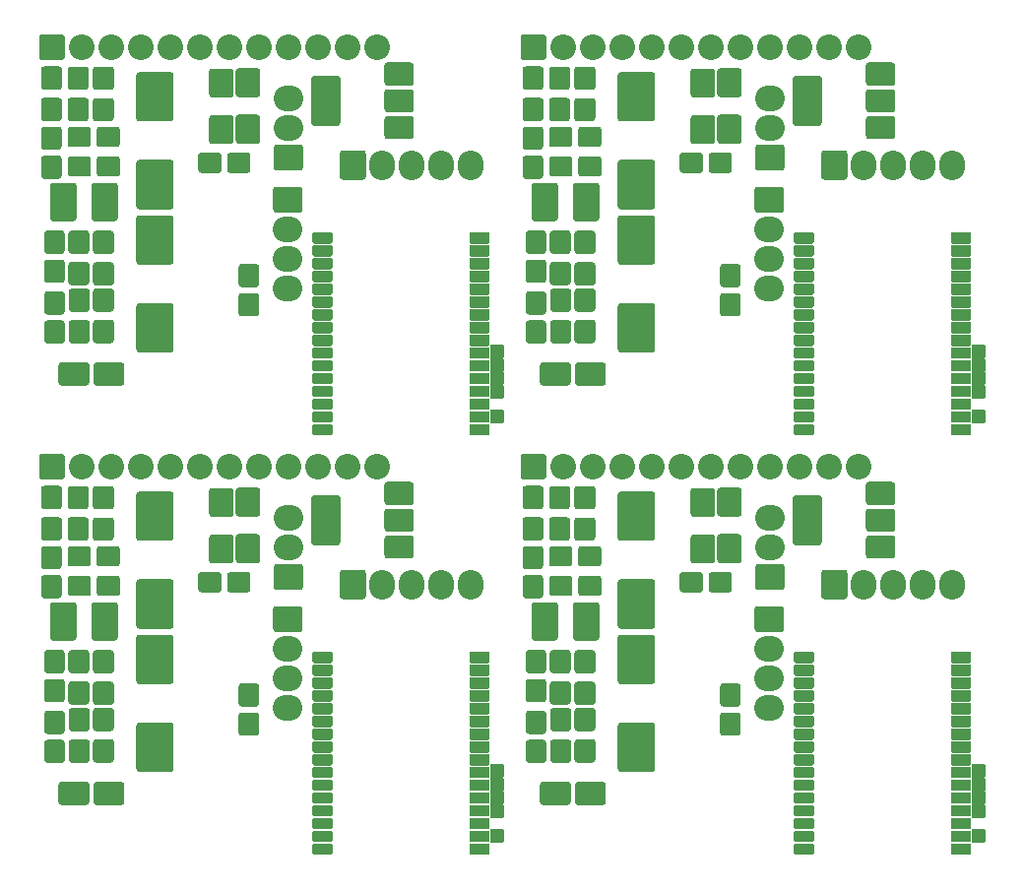
<source format=gts>
G04 #@! TF.GenerationSoftware,KiCad,Pcbnew,5.99.0-unknown-6083c08~88~ubuntu18.04.1*
G04 #@! TF.CreationDate,2021-04-28T16:00:33+02:00*
G04 #@! TF.ProjectId,vwcdpic_with_BT_panel,76776364-7069-4635-9f77-6974685f4254,rev?*
G04 #@! TF.SameCoordinates,Original*
G04 #@! TF.FileFunction,Soldermask,Top*
G04 #@! TF.FilePolarity,Negative*
%FSLAX46Y46*%
G04 Gerber Fmt 4.6, Leading zero omitted, Abs format (unit mm)*
G04 Created by KiCad (PCBNEW 5.99.0-unknown-6083c08~88~ubuntu18.04.1) date 2021-04-28 16:00:33*
%MOMM*%
%LPD*%
G01*
G04 APERTURE LIST*
%ADD10O,2.540000X2.235200*%
%ADD11O,2.208000X2.208000*%
%ADD12O,2.235200X2.540000*%
G04 APERTURE END LIST*
G36*
G01*
X155702000Y-120688100D02*
X155702000Y-118960900D01*
G75*
G02*
X155956000Y-118706900I254000J0D01*
G01*
X157988000Y-118706900D01*
G75*
G02*
X158242000Y-118960900I0J-254000D01*
G01*
X158242000Y-120688100D01*
G75*
G02*
X157988000Y-120942100I-254000J0D01*
G01*
X155956000Y-120942100D01*
G75*
G02*
X155702000Y-120688100I0J254000D01*
G01*
G37*
D10*
X156972000Y-122364500D03*
X156972000Y-124904500D03*
X156972000Y-127444500D03*
G36*
G01*
X144191999Y-128709500D02*
X146892001Y-128709500D01*
G75*
G02*
X147146000Y-128963499I0J-253999D01*
G01*
X147146000Y-132713501D01*
G75*
G02*
X146892001Y-132967500I-253999J0D01*
G01*
X144191999Y-132967500D01*
G75*
G02*
X143938000Y-132713501I0J253999D01*
G01*
X143938000Y-128963499D01*
G75*
G02*
X144191999Y-128709500I253999J0D01*
G01*
G37*
G36*
G01*
X144191999Y-121159500D02*
X146892001Y-121159500D01*
G75*
G02*
X147146000Y-121413499I0J-253999D01*
G01*
X147146000Y-125163501D01*
G75*
G02*
X146892001Y-125417500I-253999J0D01*
G01*
X144191999Y-125417500D01*
G75*
G02*
X143938000Y-125163501I0J253999D01*
G01*
X143938000Y-121413499D01*
G75*
G02*
X144191999Y-121159500I253999J0D01*
G01*
G37*
G36*
G01*
X149257000Y-117274500D02*
X149257000Y-116024500D01*
G75*
G02*
X149511000Y-115770500I254000J0D01*
G01*
X151011000Y-115770500D01*
G75*
G02*
X151265000Y-116024500I0J-254000D01*
G01*
X151265000Y-117274500D01*
G75*
G02*
X151011000Y-117528500I-254000J0D01*
G01*
X149511000Y-117528500D01*
G75*
G02*
X149257000Y-117274500I0J254000D01*
G01*
G37*
G36*
G01*
X151757000Y-117274500D02*
X151757000Y-116024500D01*
G75*
G02*
X152011000Y-115770500I254000J0D01*
G01*
X153511000Y-115770500D01*
G75*
G02*
X153765000Y-116024500I0J-254000D01*
G01*
X153765000Y-117274500D01*
G75*
G02*
X153511000Y-117528500I-254000J0D01*
G01*
X152011000Y-117528500D01*
G75*
G02*
X151757000Y-117274500I0J254000D01*
G01*
G37*
G36*
G01*
X141772400Y-124497540D02*
X140472400Y-124497540D01*
G75*
G02*
X140218400Y-124243540I0J254000D01*
G01*
X140218400Y-122743540D01*
G75*
G02*
X140472400Y-122489540I254000J0D01*
G01*
X141772400Y-122489540D01*
G75*
G02*
X142026400Y-122743540I0J-254000D01*
G01*
X142026400Y-124243540D01*
G75*
G02*
X141772400Y-124497540I-254000J0D01*
G01*
G37*
G36*
G01*
X141772400Y-127197540D02*
X140472400Y-127197540D01*
G75*
G02*
X140218400Y-126943540I0J254000D01*
G01*
X140218400Y-125443540D01*
G75*
G02*
X140472400Y-125189540I254000J0D01*
G01*
X141772400Y-125189540D01*
G75*
G02*
X142026400Y-125443540I0J-254000D01*
G01*
X142026400Y-126943540D01*
G75*
G02*
X141772400Y-127197540I-254000J0D01*
G01*
G37*
G36*
G01*
X154343000Y-111013500D02*
X152743000Y-111013500D01*
G75*
G02*
X152489000Y-110759500I0J254000D01*
G01*
X152489000Y-108759500D01*
G75*
G02*
X152743000Y-108505500I254000J0D01*
G01*
X154343000Y-108505500D01*
G75*
G02*
X154597000Y-108759500I0J-254000D01*
G01*
X154597000Y-110759500D01*
G75*
G02*
X154343000Y-111013500I-254000J0D01*
G01*
G37*
G36*
G01*
X154343000Y-115013500D02*
X152743000Y-115013500D01*
G75*
G02*
X152489000Y-114759500I0J254000D01*
G01*
X152489000Y-112759500D01*
G75*
G02*
X152743000Y-112505500I254000J0D01*
G01*
X154343000Y-112505500D01*
G75*
G02*
X154597000Y-112759500I0J-254000D01*
G01*
X154597000Y-114759500D01*
G75*
G02*
X154343000Y-115013500I-254000J0D01*
G01*
G37*
G36*
G01*
X140045820Y-116334400D02*
X140045820Y-117584400D01*
G75*
G02*
X139791820Y-117838400I-254000J0D01*
G01*
X138291820Y-117838400D01*
G75*
G02*
X138037820Y-117584400I0J254000D01*
G01*
X138037820Y-116334400D01*
G75*
G02*
X138291820Y-116080400I254000J0D01*
G01*
X139791820Y-116080400D01*
G75*
G02*
X140045820Y-116334400I0J-254000D01*
G01*
G37*
G36*
G01*
X142545820Y-116334400D02*
X142545820Y-117584400D01*
G75*
G02*
X142291820Y-117838400I-254000J0D01*
G01*
X140791820Y-117838400D01*
G75*
G02*
X140537820Y-117584400I0J254000D01*
G01*
X140537820Y-116334400D01*
G75*
G02*
X140791820Y-116080400I254000J0D01*
G01*
X142291820Y-116080400D01*
G75*
G02*
X142545820Y-116334400I0J-254000D01*
G01*
G37*
G36*
G01*
X136281000Y-124968900D02*
X137531000Y-124968900D01*
G75*
G02*
X137785000Y-125222900I0J-254000D01*
G01*
X137785000Y-126722900D01*
G75*
G02*
X137531000Y-126976900I-254000J0D01*
G01*
X136281000Y-126976900D01*
G75*
G02*
X136027000Y-126722900I0J254000D01*
G01*
X136027000Y-125222900D01*
G75*
G02*
X136281000Y-124968900I254000J0D01*
G01*
G37*
G36*
G01*
X136281000Y-122468900D02*
X137531000Y-122468900D01*
G75*
G02*
X137785000Y-122722900I0J-254000D01*
G01*
X137785000Y-124222900D01*
G75*
G02*
X137531000Y-124476900I-254000J0D01*
G01*
X136281000Y-124476900D01*
G75*
G02*
X136027000Y-124222900I0J254000D01*
G01*
X136027000Y-122722900D01*
G75*
G02*
X136281000Y-122468900I254000J0D01*
G01*
G37*
G36*
G01*
X138387060Y-130159060D02*
X139687060Y-130159060D01*
G75*
G02*
X139941060Y-130413060I0J-254000D01*
G01*
X139941060Y-131913060D01*
G75*
G02*
X139687060Y-132167060I-254000J0D01*
G01*
X138387060Y-132167060D01*
G75*
G02*
X138133060Y-131913060I0J254000D01*
G01*
X138133060Y-130413060D01*
G75*
G02*
X138387060Y-130159060I254000J0D01*
G01*
G37*
G36*
G01*
X138387060Y-127459060D02*
X139687060Y-127459060D01*
G75*
G02*
X139941060Y-127713060I0J-254000D01*
G01*
X139941060Y-129213060D01*
G75*
G02*
X139687060Y-129467060I-254000J0D01*
G01*
X138387060Y-129467060D01*
G75*
G02*
X138133060Y-129213060I0J254000D01*
G01*
X138133060Y-127713060D01*
G75*
G02*
X138387060Y-127459060I254000J0D01*
G01*
G37*
G36*
G01*
X140030580Y-113799460D02*
X140030580Y-115049460D01*
G75*
G02*
X139776580Y-115303460I-254000J0D01*
G01*
X138276580Y-115303460D01*
G75*
G02*
X138022580Y-115049460I0J254000D01*
G01*
X138022580Y-113799460D01*
G75*
G02*
X138276580Y-113545460I254000J0D01*
G01*
X139776580Y-113545460D01*
G75*
G02*
X140030580Y-113799460I0J-254000D01*
G01*
G37*
G36*
G01*
X142530580Y-113799460D02*
X142530580Y-115049460D01*
G75*
G02*
X142276580Y-115303460I-254000J0D01*
G01*
X140776580Y-115303460D01*
G75*
G02*
X140522580Y-115049460I0J254000D01*
G01*
X140522580Y-113799460D01*
G75*
G02*
X140776580Y-113545460I254000J0D01*
G01*
X142276580Y-113545460D01*
G75*
G02*
X142530580Y-113799460I0J-254000D01*
G01*
G37*
G36*
G01*
X174342500Y-138993500D02*
X174342500Y-137993500D01*
G75*
G02*
X174442500Y-137893500I100000J0D01*
G01*
X175442500Y-137893500D01*
G75*
G02*
X175542500Y-137993500I0J-100000D01*
G01*
X175542500Y-138993500D01*
G75*
G02*
X175442500Y-139093500I-100000J0D01*
G01*
X174442500Y-139093500D01*
G75*
G02*
X174342500Y-138993500I0J100000D01*
G01*
G37*
G36*
G01*
X141754620Y-110380220D02*
X140454620Y-110380220D01*
G75*
G02*
X140200620Y-110126220I0J254000D01*
G01*
X140200620Y-108626220D01*
G75*
G02*
X140454620Y-108372220I254000J0D01*
G01*
X141754620Y-108372220D01*
G75*
G02*
X142008620Y-108626220I0J-254000D01*
G01*
X142008620Y-110126220D01*
G75*
G02*
X141754620Y-110380220I-254000J0D01*
G01*
G37*
G36*
G01*
X141754620Y-113080220D02*
X140454620Y-113080220D01*
G75*
G02*
X140200620Y-112826220I0J254000D01*
G01*
X140200620Y-111326220D01*
G75*
G02*
X140454620Y-111072220I254000J0D01*
G01*
X141754620Y-111072220D01*
G75*
G02*
X142008620Y-111326220I0J-254000D01*
G01*
X142008620Y-112826220D01*
G75*
G02*
X141754620Y-113080220I-254000J0D01*
G01*
G37*
G36*
G01*
X139651500Y-124478500D02*
X138351500Y-124478500D01*
G75*
G02*
X138097500Y-124224500I0J254000D01*
G01*
X138097500Y-122724500D01*
G75*
G02*
X138351500Y-122470500I254000J0D01*
G01*
X139651500Y-122470500D01*
G75*
G02*
X139905500Y-122724500I0J-254000D01*
G01*
X139905500Y-124224500D01*
G75*
G02*
X139651500Y-124478500I-254000J0D01*
G01*
G37*
G36*
G01*
X139651500Y-127178500D02*
X138351500Y-127178500D01*
G75*
G02*
X138097500Y-126924500I0J254000D01*
G01*
X138097500Y-125424500D01*
G75*
G02*
X138351500Y-125170500I254000J0D01*
G01*
X139651500Y-125170500D01*
G75*
G02*
X139905500Y-125424500I0J-254000D01*
G01*
X139905500Y-126924500D01*
G75*
G02*
X139651500Y-127178500I-254000J0D01*
G01*
G37*
G36*
G01*
X138811000Y-118618000D02*
X138811000Y-121412000D01*
G75*
G02*
X138557000Y-121666000I-254000J0D01*
G01*
X136779000Y-121666000D01*
G75*
G02*
X136525000Y-121412000I0J254000D01*
G01*
X136525000Y-118618000D01*
G75*
G02*
X136779000Y-118364000I254000J0D01*
G01*
X138557000Y-118364000D01*
G75*
G02*
X138811000Y-118618000I0J-254000D01*
G01*
G37*
G36*
G01*
X142367000Y-118618000D02*
X142367000Y-121412000D01*
G75*
G02*
X142113000Y-121666000I-254000J0D01*
G01*
X140335000Y-121666000D01*
G75*
G02*
X140081000Y-121412000I0J254000D01*
G01*
X140081000Y-118618000D01*
G75*
G02*
X140335000Y-118364000I254000J0D01*
G01*
X142113000Y-118364000D01*
G75*
G02*
X142367000Y-118618000I0J-254000D01*
G01*
G37*
G36*
G01*
X140253720Y-135561071D02*
X140253720Y-134059929D01*
G75*
G02*
X140507719Y-133805930I253999J0D01*
G01*
X142656561Y-133805930D01*
G75*
G02*
X142910560Y-134059929I0J-253999D01*
G01*
X142910560Y-135561071D01*
G75*
G02*
X142656561Y-135815070I-253999J0D01*
G01*
X140507719Y-135815070D01*
G75*
G02*
X140253720Y-135561071I0J253999D01*
G01*
G37*
G36*
G01*
X137251440Y-135561071D02*
X137251440Y-134059929D01*
G75*
G02*
X137505439Y-133805930I253999J0D01*
G01*
X139654281Y-133805930D01*
G75*
G02*
X139908280Y-134059929I0J-253999D01*
G01*
X139908280Y-135561071D01*
G75*
G02*
X139654281Y-135815070I-253999J0D01*
G01*
X137505439Y-135815070D01*
G75*
G02*
X137251440Y-135561071I0J253999D01*
G01*
G37*
G36*
G01*
X137541160Y-129701680D02*
X136291160Y-129701680D01*
G75*
G02*
X136037160Y-129447680I0J254000D01*
G01*
X136037160Y-127947680D01*
G75*
G02*
X136291160Y-127693680I254000J0D01*
G01*
X137541160Y-127693680D01*
G75*
G02*
X137795160Y-127947680I0J-254000D01*
G01*
X137795160Y-129447680D01*
G75*
G02*
X137541160Y-129701680I-254000J0D01*
G01*
G37*
G36*
G01*
X137541160Y-132201680D02*
X136291160Y-132201680D01*
G75*
G02*
X136037160Y-131947680I0J254000D01*
G01*
X136037160Y-130447680D01*
G75*
G02*
X136291160Y-130193680I254000J0D01*
G01*
X137541160Y-130193680D01*
G75*
G02*
X137795160Y-130447680I0J-254000D01*
G01*
X137795160Y-131947680D01*
G75*
G02*
X137541160Y-132201680I-254000J0D01*
G01*
G37*
G36*
G01*
X174342500Y-135691500D02*
X174342500Y-134691500D01*
G75*
G02*
X174442500Y-134591500I100000J0D01*
G01*
X175442500Y-134591500D01*
G75*
G02*
X175542500Y-134691500I0J-100000D01*
G01*
X175542500Y-135691500D01*
G75*
G02*
X175442500Y-135791500I-100000J0D01*
G01*
X174442500Y-135791500D01*
G75*
G02*
X174342500Y-135691500I0J100000D01*
G01*
G37*
G36*
G01*
X136016840Y-116029360D02*
X137266840Y-116029360D01*
G75*
G02*
X137520840Y-116283360I0J-254000D01*
G01*
X137520840Y-117783360D01*
G75*
G02*
X137266840Y-118037360I-254000J0D01*
G01*
X136016840Y-118037360D01*
G75*
G02*
X135762840Y-117783360I0J254000D01*
G01*
X135762840Y-116283360D01*
G75*
G02*
X136016840Y-116029360I254000J0D01*
G01*
G37*
G36*
G01*
X136016840Y-113529360D02*
X137266840Y-113529360D01*
G75*
G02*
X137520840Y-113783360I0J-254000D01*
G01*
X137520840Y-115283360D01*
G75*
G02*
X137266840Y-115537360I-254000J0D01*
G01*
X136016840Y-115537360D01*
G75*
G02*
X135762840Y-115283360I0J254000D01*
G01*
X135762840Y-113783360D01*
G75*
G02*
X136016840Y-113529360I254000J0D01*
G01*
G37*
G36*
G01*
X154249000Y-127350000D02*
X152999000Y-127350000D01*
G75*
G02*
X152745000Y-127096000I0J254000D01*
G01*
X152745000Y-125596000D01*
G75*
G02*
X152999000Y-125342000I254000J0D01*
G01*
X154249000Y-125342000D01*
G75*
G02*
X154503000Y-125596000I0J-254000D01*
G01*
X154503000Y-127096000D01*
G75*
G02*
X154249000Y-127350000I-254000J0D01*
G01*
G37*
G36*
G01*
X154249000Y-129850000D02*
X152999000Y-129850000D01*
G75*
G02*
X152745000Y-129596000I0J254000D01*
G01*
X152745000Y-128096000D01*
G75*
G02*
X152999000Y-127842000I254000J0D01*
G01*
X154249000Y-127842000D01*
G75*
G02*
X154503000Y-128096000I0J-254000D01*
G01*
X154503000Y-129596000D01*
G75*
G02*
X154249000Y-129850000I-254000J0D01*
G01*
G37*
G36*
G01*
X135842640Y-105606480D02*
X137542640Y-105606480D01*
G75*
G02*
X137796640Y-105860480I0J-254000D01*
G01*
X137796640Y-107560480D01*
G75*
G02*
X137542640Y-107814480I-254000J0D01*
G01*
X135842640Y-107814480D01*
G75*
G02*
X135588640Y-107560480I0J254000D01*
G01*
X135588640Y-105860480D01*
G75*
G02*
X135842640Y-105606480I254000J0D01*
G01*
G37*
D11*
X139232640Y-106710480D03*
X141772640Y-106710480D03*
X144312640Y-106710480D03*
X146852640Y-106710480D03*
X149392640Y-106710480D03*
X151932640Y-106710480D03*
X154472640Y-106710480D03*
X157012640Y-106710480D03*
X159552640Y-106710480D03*
X162092640Y-106710480D03*
X164632640Y-106710480D03*
G36*
G01*
X144191999Y-116390500D02*
X146892001Y-116390500D01*
G75*
G02*
X147146000Y-116644499I0J-253999D01*
G01*
X147146000Y-120394501D01*
G75*
G02*
X146892001Y-120648500I-253999J0D01*
G01*
X144191999Y-120648500D01*
G75*
G02*
X143938000Y-120394501I0J253999D01*
G01*
X143938000Y-116644499D01*
G75*
G02*
X144191999Y-116390500I253999J0D01*
G01*
G37*
G36*
G01*
X144191999Y-108840500D02*
X146892001Y-108840500D01*
G75*
G02*
X147146000Y-109094499I0J-253999D01*
G01*
X147146000Y-112844501D01*
G75*
G02*
X146892001Y-113098500I-253999J0D01*
G01*
X144191999Y-113098500D01*
G75*
G02*
X143938000Y-112844501I0J253999D01*
G01*
X143938000Y-109094499D01*
G75*
G02*
X144191999Y-108840500I253999J0D01*
G01*
G37*
G36*
G01*
X161696400Y-115570000D02*
X163423600Y-115570000D01*
G75*
G02*
X163677600Y-115824000I0J-254000D01*
G01*
X163677600Y-117856000D01*
G75*
G02*
X163423600Y-118110000I-254000J0D01*
G01*
X161696400Y-118110000D01*
G75*
G02*
X161442400Y-117856000I0J254000D01*
G01*
X161442400Y-115824000D01*
G75*
G02*
X161696400Y-115570000I254000J0D01*
G01*
G37*
D12*
X165100000Y-116840000D03*
X167640000Y-116840000D03*
X170180000Y-116840000D03*
X172720000Y-116840000D03*
G36*
G01*
X174342500Y-136834500D02*
X174342500Y-135834500D01*
G75*
G02*
X174442500Y-135734500I100000J0D01*
G01*
X175442500Y-135734500D01*
G75*
G02*
X175542500Y-135834500I0J-100000D01*
G01*
X175542500Y-136834500D01*
G75*
G02*
X175442500Y-136934500I-100000J0D01*
G01*
X174442500Y-136934500D01*
G75*
G02*
X174342500Y-136834500I0J100000D01*
G01*
G37*
G36*
G01*
X174342500Y-133405500D02*
X174342500Y-132405500D01*
G75*
G02*
X174442500Y-132305500I100000J0D01*
G01*
X175442500Y-132305500D01*
G75*
G02*
X175542500Y-132405500I0J-100000D01*
G01*
X175542500Y-133405500D01*
G75*
G02*
X175442500Y-133505500I-100000J0D01*
G01*
X174442500Y-133505500D01*
G75*
G02*
X174342500Y-133405500I0J100000D01*
G01*
G37*
G36*
G01*
X141774940Y-129454360D02*
X140474940Y-129454360D01*
G75*
G02*
X140220940Y-129200360I0J254000D01*
G01*
X140220940Y-127700360D01*
G75*
G02*
X140474940Y-127446360I254000J0D01*
G01*
X141774940Y-127446360D01*
G75*
G02*
X142028940Y-127700360I0J-254000D01*
G01*
X142028940Y-129200360D01*
G75*
G02*
X141774940Y-129454360I-254000J0D01*
G01*
G37*
G36*
G01*
X141774940Y-132154360D02*
X140474940Y-132154360D01*
G75*
G02*
X140220940Y-131900360I0J254000D01*
G01*
X140220940Y-130400360D01*
G75*
G02*
X140474940Y-130146360I254000J0D01*
G01*
X141774940Y-130146360D01*
G75*
G02*
X142028940Y-130400360I0J-254000D01*
G01*
X142028940Y-131900360D01*
G75*
G02*
X141774940Y-132154360I-254000J0D01*
G01*
G37*
G36*
G01*
X174296440Y-122707200D02*
X174296440Y-123507200D01*
G75*
G02*
X174196440Y-123607200I-100000J0D01*
G01*
X172696440Y-123607200D01*
G75*
G02*
X172596440Y-123507200I0J100000D01*
G01*
X172596440Y-122707200D01*
G75*
G02*
X172696440Y-122607200I100000J0D01*
G01*
X174196440Y-122607200D01*
G75*
G02*
X174296440Y-122707200I0J-100000D01*
G01*
G37*
G36*
G01*
X174296440Y-123807200D02*
X174296440Y-124607200D01*
G75*
G02*
X174196440Y-124707200I-100000J0D01*
G01*
X172696440Y-124707200D01*
G75*
G02*
X172596440Y-124607200I0J100000D01*
G01*
X172596440Y-123807200D01*
G75*
G02*
X172696440Y-123707200I100000J0D01*
G01*
X174196440Y-123707200D01*
G75*
G02*
X174296440Y-123807200I0J-100000D01*
G01*
G37*
G36*
G01*
X174296440Y-124907200D02*
X174296440Y-125707200D01*
G75*
G02*
X174196440Y-125807200I-100000J0D01*
G01*
X172696440Y-125807200D01*
G75*
G02*
X172596440Y-125707200I0J100000D01*
G01*
X172596440Y-124907200D01*
G75*
G02*
X172696440Y-124807200I100000J0D01*
G01*
X174196440Y-124807200D01*
G75*
G02*
X174296440Y-124907200I0J-100000D01*
G01*
G37*
G36*
G01*
X174296440Y-126007200D02*
X174296440Y-126807200D01*
G75*
G02*
X174196440Y-126907200I-100000J0D01*
G01*
X172696440Y-126907200D01*
G75*
G02*
X172596440Y-126807200I0J100000D01*
G01*
X172596440Y-126007200D01*
G75*
G02*
X172696440Y-125907200I100000J0D01*
G01*
X174196440Y-125907200D01*
G75*
G02*
X174296440Y-126007200I0J-100000D01*
G01*
G37*
G36*
G01*
X174296440Y-127107200D02*
X174296440Y-127907200D01*
G75*
G02*
X174196440Y-128007200I-100000J0D01*
G01*
X172696440Y-128007200D01*
G75*
G02*
X172596440Y-127907200I0J100000D01*
G01*
X172596440Y-127107200D01*
G75*
G02*
X172696440Y-127007200I100000J0D01*
G01*
X174196440Y-127007200D01*
G75*
G02*
X174296440Y-127107200I0J-100000D01*
G01*
G37*
G36*
G01*
X174296440Y-128207200D02*
X174296440Y-129007200D01*
G75*
G02*
X174196440Y-129107200I-100000J0D01*
G01*
X172696440Y-129107200D01*
G75*
G02*
X172596440Y-129007200I0J100000D01*
G01*
X172596440Y-128207200D01*
G75*
G02*
X172696440Y-128107200I100000J0D01*
G01*
X174196440Y-128107200D01*
G75*
G02*
X174296440Y-128207200I0J-100000D01*
G01*
G37*
G36*
G01*
X174296440Y-131507200D02*
X174296440Y-132307200D01*
G75*
G02*
X174196440Y-132407200I-100000J0D01*
G01*
X172696440Y-132407200D01*
G75*
G02*
X172596440Y-132307200I0J100000D01*
G01*
X172596440Y-131507200D01*
G75*
G02*
X172696440Y-131407200I100000J0D01*
G01*
X174196440Y-131407200D01*
G75*
G02*
X174296440Y-131507200I0J-100000D01*
G01*
G37*
G36*
G01*
X174296440Y-129307200D02*
X174296440Y-130107200D01*
G75*
G02*
X174196440Y-130207200I-100000J0D01*
G01*
X172696440Y-130207200D01*
G75*
G02*
X172596440Y-130107200I0J100000D01*
G01*
X172596440Y-129307200D01*
G75*
G02*
X172696440Y-129207200I100000J0D01*
G01*
X174196440Y-129207200D01*
G75*
G02*
X174296440Y-129307200I0J-100000D01*
G01*
G37*
G36*
G01*
X174296440Y-133707200D02*
X174296440Y-134507200D01*
G75*
G02*
X174196440Y-134607200I-100000J0D01*
G01*
X172696440Y-134607200D01*
G75*
G02*
X172596440Y-134507200I0J100000D01*
G01*
X172596440Y-133707200D01*
G75*
G02*
X172696440Y-133607200I100000J0D01*
G01*
X174196440Y-133607200D01*
G75*
G02*
X174296440Y-133707200I0J-100000D01*
G01*
G37*
G36*
G01*
X174296440Y-130407200D02*
X174296440Y-131207200D01*
G75*
G02*
X174196440Y-131307200I-100000J0D01*
G01*
X172696440Y-131307200D01*
G75*
G02*
X172596440Y-131207200I0J100000D01*
G01*
X172596440Y-130407200D01*
G75*
G02*
X172696440Y-130307200I100000J0D01*
G01*
X174196440Y-130307200D01*
G75*
G02*
X174296440Y-130407200I0J-100000D01*
G01*
G37*
G36*
G01*
X174296440Y-134807200D02*
X174296440Y-135607200D01*
G75*
G02*
X174196440Y-135707200I-100000J0D01*
G01*
X172696440Y-135707200D01*
G75*
G02*
X172596440Y-135607200I0J100000D01*
G01*
X172596440Y-134807200D01*
G75*
G02*
X172696440Y-134707200I100000J0D01*
G01*
X174196440Y-134707200D01*
G75*
G02*
X174296440Y-134807200I0J-100000D01*
G01*
G37*
G36*
G01*
X174296440Y-132607200D02*
X174296440Y-133407200D01*
G75*
G02*
X174196440Y-133507200I-100000J0D01*
G01*
X172696440Y-133507200D01*
G75*
G02*
X172596440Y-133407200I0J100000D01*
G01*
X172596440Y-132607200D01*
G75*
G02*
X172696440Y-132507200I100000J0D01*
G01*
X174196440Y-132507200D01*
G75*
G02*
X174296440Y-132607200I0J-100000D01*
G01*
G37*
G36*
G01*
X174296440Y-137007200D02*
X174296440Y-137807200D01*
G75*
G02*
X174196440Y-137907200I-100000J0D01*
G01*
X172696440Y-137907200D01*
G75*
G02*
X172596440Y-137807200I0J100000D01*
G01*
X172596440Y-137007200D01*
G75*
G02*
X172696440Y-136907200I100000J0D01*
G01*
X174196440Y-136907200D01*
G75*
G02*
X174296440Y-137007200I0J-100000D01*
G01*
G37*
G36*
G01*
X174296440Y-138107200D02*
X174296440Y-138907200D01*
G75*
G02*
X174196440Y-139007200I-100000J0D01*
G01*
X172696440Y-139007200D01*
G75*
G02*
X172596440Y-138907200I0J100000D01*
G01*
X172596440Y-138107200D01*
G75*
G02*
X172696440Y-138007200I100000J0D01*
G01*
X174196440Y-138007200D01*
G75*
G02*
X174296440Y-138107200I0J-100000D01*
G01*
G37*
G36*
G01*
X174296440Y-139207200D02*
X174296440Y-140007200D01*
G75*
G02*
X174196440Y-140107200I-100000J0D01*
G01*
X172696440Y-140107200D01*
G75*
G02*
X172596440Y-140007200I0J100000D01*
G01*
X172596440Y-139207200D01*
G75*
G02*
X172696440Y-139107200I100000J0D01*
G01*
X174196440Y-139107200D01*
G75*
G02*
X174296440Y-139207200I0J-100000D01*
G01*
G37*
G36*
G01*
X174296440Y-135907200D02*
X174296440Y-136707200D01*
G75*
G02*
X174196440Y-136807200I-100000J0D01*
G01*
X172696440Y-136807200D01*
G75*
G02*
X172596440Y-136707200I0J100000D01*
G01*
X172596440Y-135907200D01*
G75*
G02*
X172696440Y-135807200I100000J0D01*
G01*
X174196440Y-135807200D01*
G75*
G02*
X174296440Y-135907200I0J-100000D01*
G01*
G37*
G36*
G01*
X160796440Y-132607200D02*
X160796440Y-133407200D01*
G75*
G02*
X160696440Y-133507200I-100000J0D01*
G01*
X159196440Y-133507200D01*
G75*
G02*
X159096440Y-133407200I0J100000D01*
G01*
X159096440Y-132607200D01*
G75*
G02*
X159196440Y-132507200I100000J0D01*
G01*
X160696440Y-132507200D01*
G75*
G02*
X160796440Y-132607200I0J-100000D01*
G01*
G37*
G36*
G01*
X160796440Y-139207200D02*
X160796440Y-140007200D01*
G75*
G02*
X160696440Y-140107200I-100000J0D01*
G01*
X159196440Y-140107200D01*
G75*
G02*
X159096440Y-140007200I0J100000D01*
G01*
X159096440Y-139207200D01*
G75*
G02*
X159196440Y-139107200I100000J0D01*
G01*
X160696440Y-139107200D01*
G75*
G02*
X160796440Y-139207200I0J-100000D01*
G01*
G37*
G36*
G01*
X160796440Y-129307200D02*
X160796440Y-130107200D01*
G75*
G02*
X160696440Y-130207200I-100000J0D01*
G01*
X159196440Y-130207200D01*
G75*
G02*
X159096440Y-130107200I0J100000D01*
G01*
X159096440Y-129307200D01*
G75*
G02*
X159196440Y-129207200I100000J0D01*
G01*
X160696440Y-129207200D01*
G75*
G02*
X160796440Y-129307200I0J-100000D01*
G01*
G37*
G36*
G01*
X160796440Y-122707200D02*
X160796440Y-123507200D01*
G75*
G02*
X160696440Y-123607200I-100000J0D01*
G01*
X159196440Y-123607200D01*
G75*
G02*
X159096440Y-123507200I0J100000D01*
G01*
X159096440Y-122707200D01*
G75*
G02*
X159196440Y-122607200I100000J0D01*
G01*
X160696440Y-122607200D01*
G75*
G02*
X160796440Y-122707200I0J-100000D01*
G01*
G37*
G36*
G01*
X160796440Y-133707200D02*
X160796440Y-134507200D01*
G75*
G02*
X160696440Y-134607200I-100000J0D01*
G01*
X159196440Y-134607200D01*
G75*
G02*
X159096440Y-134507200I0J100000D01*
G01*
X159096440Y-133707200D01*
G75*
G02*
X159196440Y-133607200I100000J0D01*
G01*
X160696440Y-133607200D01*
G75*
G02*
X160796440Y-133707200I0J-100000D01*
G01*
G37*
G36*
G01*
X160796440Y-124907200D02*
X160796440Y-125707200D01*
G75*
G02*
X160696440Y-125807200I-100000J0D01*
G01*
X159196440Y-125807200D01*
G75*
G02*
X159096440Y-125707200I0J100000D01*
G01*
X159096440Y-124907200D01*
G75*
G02*
X159196440Y-124807200I100000J0D01*
G01*
X160696440Y-124807200D01*
G75*
G02*
X160796440Y-124907200I0J-100000D01*
G01*
G37*
G36*
G01*
X160796440Y-135907200D02*
X160796440Y-136707200D01*
G75*
G02*
X160696440Y-136807200I-100000J0D01*
G01*
X159196440Y-136807200D01*
G75*
G02*
X159096440Y-136707200I0J100000D01*
G01*
X159096440Y-135907200D01*
G75*
G02*
X159196440Y-135807200I100000J0D01*
G01*
X160696440Y-135807200D01*
G75*
G02*
X160796440Y-135907200I0J-100000D01*
G01*
G37*
G36*
G01*
X160796440Y-123807200D02*
X160796440Y-124607200D01*
G75*
G02*
X160696440Y-124707200I-100000J0D01*
G01*
X159196440Y-124707200D01*
G75*
G02*
X159096440Y-124607200I0J100000D01*
G01*
X159096440Y-123807200D01*
G75*
G02*
X159196440Y-123707200I100000J0D01*
G01*
X160696440Y-123707200D01*
G75*
G02*
X160796440Y-123807200I0J-100000D01*
G01*
G37*
G36*
G01*
X160796440Y-138107200D02*
X160796440Y-138907200D01*
G75*
G02*
X160696440Y-139007200I-100000J0D01*
G01*
X159196440Y-139007200D01*
G75*
G02*
X159096440Y-138907200I0J100000D01*
G01*
X159096440Y-138107200D01*
G75*
G02*
X159196440Y-138007200I100000J0D01*
G01*
X160696440Y-138007200D01*
G75*
G02*
X160796440Y-138107200I0J-100000D01*
G01*
G37*
G36*
G01*
X160796440Y-127107200D02*
X160796440Y-127907200D01*
G75*
G02*
X160696440Y-128007200I-100000J0D01*
G01*
X159196440Y-128007200D01*
G75*
G02*
X159096440Y-127907200I0J100000D01*
G01*
X159096440Y-127107200D01*
G75*
G02*
X159196440Y-127007200I100000J0D01*
G01*
X160696440Y-127007200D01*
G75*
G02*
X160796440Y-127107200I0J-100000D01*
G01*
G37*
G36*
G01*
X160796440Y-130407200D02*
X160796440Y-131207200D01*
G75*
G02*
X160696440Y-131307200I-100000J0D01*
G01*
X159196440Y-131307200D01*
G75*
G02*
X159096440Y-131207200I0J100000D01*
G01*
X159096440Y-130407200D01*
G75*
G02*
X159196440Y-130307200I100000J0D01*
G01*
X160696440Y-130307200D01*
G75*
G02*
X160796440Y-130407200I0J-100000D01*
G01*
G37*
G36*
G01*
X160796440Y-134807200D02*
X160796440Y-135607200D01*
G75*
G02*
X160696440Y-135707200I-100000J0D01*
G01*
X159196440Y-135707200D01*
G75*
G02*
X159096440Y-135607200I0J100000D01*
G01*
X159096440Y-134807200D01*
G75*
G02*
X159196440Y-134707200I100000J0D01*
G01*
X160696440Y-134707200D01*
G75*
G02*
X160796440Y-134807200I0J-100000D01*
G01*
G37*
G36*
G01*
X160796440Y-137007200D02*
X160796440Y-137807200D01*
G75*
G02*
X160696440Y-137907200I-100000J0D01*
G01*
X159196440Y-137907200D01*
G75*
G02*
X159096440Y-137807200I0J100000D01*
G01*
X159096440Y-137007200D01*
G75*
G02*
X159196440Y-136907200I100000J0D01*
G01*
X160696440Y-136907200D01*
G75*
G02*
X160796440Y-137007200I0J-100000D01*
G01*
G37*
G36*
G01*
X160796440Y-128207200D02*
X160796440Y-129007200D01*
G75*
G02*
X160696440Y-129107200I-100000J0D01*
G01*
X159196440Y-129107200D01*
G75*
G02*
X159096440Y-129007200I0J100000D01*
G01*
X159096440Y-128207200D01*
G75*
G02*
X159196440Y-128107200I100000J0D01*
G01*
X160696440Y-128107200D01*
G75*
G02*
X160796440Y-128207200I0J-100000D01*
G01*
G37*
G36*
G01*
X160796440Y-126007200D02*
X160796440Y-126807200D01*
G75*
G02*
X160696440Y-126907200I-100000J0D01*
G01*
X159196440Y-126907200D01*
G75*
G02*
X159096440Y-126807200I0J100000D01*
G01*
X159096440Y-126007200D01*
G75*
G02*
X159196440Y-125907200I100000J0D01*
G01*
X160696440Y-125907200D01*
G75*
G02*
X160796440Y-126007200I0J-100000D01*
G01*
G37*
G36*
G01*
X160796440Y-131507200D02*
X160796440Y-132307200D01*
G75*
G02*
X160696440Y-132407200I-100000J0D01*
G01*
X159196440Y-132407200D01*
G75*
G02*
X159096440Y-132307200I0J100000D01*
G01*
X159096440Y-131507200D01*
G75*
G02*
X159196440Y-131407200I100000J0D01*
G01*
X160696440Y-131407200D01*
G75*
G02*
X160796440Y-131507200I0J-100000D01*
G01*
G37*
G36*
G01*
X137302000Y-110368800D02*
X136002000Y-110368800D01*
G75*
G02*
X135748000Y-110114800I0J254000D01*
G01*
X135748000Y-108614800D01*
G75*
G02*
X136002000Y-108360800I254000J0D01*
G01*
X137302000Y-108360800D01*
G75*
G02*
X137556000Y-108614800I0J-254000D01*
G01*
X137556000Y-110114800D01*
G75*
G02*
X137302000Y-110368800I-254000J0D01*
G01*
G37*
G36*
G01*
X137302000Y-113068800D02*
X136002000Y-113068800D01*
G75*
G02*
X135748000Y-112814800I0J254000D01*
G01*
X135748000Y-111314800D01*
G75*
G02*
X136002000Y-111060800I254000J0D01*
G01*
X137302000Y-111060800D01*
G75*
G02*
X137556000Y-111314800I0J-254000D01*
G01*
X137556000Y-112814800D01*
G75*
G02*
X137302000Y-113068800I-254000J0D01*
G01*
G37*
G36*
G01*
X158294000Y-115332400D02*
X158294000Y-117059600D01*
G75*
G02*
X158040000Y-117313600I-254000J0D01*
G01*
X156008000Y-117313600D01*
G75*
G02*
X155754000Y-117059600I0J254000D01*
G01*
X155754000Y-115332400D01*
G75*
G02*
X156008000Y-115078400I254000J0D01*
G01*
X158040000Y-115078400D01*
G75*
G02*
X158294000Y-115332400I0J-254000D01*
G01*
G37*
D10*
X157024000Y-113656000D03*
X157024000Y-111116000D03*
G36*
G01*
X167789500Y-112865500D02*
X167789500Y-114365500D01*
G75*
G02*
X167535500Y-114619500I-254000J0D01*
G01*
X165535500Y-114619500D01*
G75*
G02*
X165281500Y-114365500I0J254000D01*
G01*
X165281500Y-112865500D01*
G75*
G02*
X165535500Y-112611500I254000J0D01*
G01*
X167535500Y-112611500D01*
G75*
G02*
X167789500Y-112865500I0J-254000D01*
G01*
G37*
G36*
G01*
X167789500Y-108265500D02*
X167789500Y-109765500D01*
G75*
G02*
X167535500Y-110019500I-254000J0D01*
G01*
X165535500Y-110019500D01*
G75*
G02*
X165281500Y-109765500I0J254000D01*
G01*
X165281500Y-108265500D01*
G75*
G02*
X165535500Y-108011500I254000J0D01*
G01*
X167535500Y-108011500D01*
G75*
G02*
X167789500Y-108265500I0J-254000D01*
G01*
G37*
G36*
G01*
X167789500Y-110565500D02*
X167789500Y-112065500D01*
G75*
G02*
X167535500Y-112319500I-254000J0D01*
G01*
X165535500Y-112319500D01*
G75*
G02*
X165281500Y-112065500I0J254000D01*
G01*
X165281500Y-110565500D01*
G75*
G02*
X165535500Y-110311500I254000J0D01*
G01*
X167535500Y-110311500D01*
G75*
G02*
X167789500Y-110565500I0J-254000D01*
G01*
G37*
G36*
G01*
X161489500Y-109415500D02*
X161489500Y-113215500D01*
G75*
G02*
X161235500Y-113469500I-254000J0D01*
G01*
X159235500Y-113469500D01*
G75*
G02*
X158981500Y-113215500I0J254000D01*
G01*
X158981500Y-109415500D01*
G75*
G02*
X159235500Y-109161500I254000J0D01*
G01*
X161235500Y-109161500D01*
G75*
G02*
X161489500Y-109415500I0J-254000D01*
G01*
G37*
G36*
G01*
X174342500Y-134548500D02*
X174342500Y-133548500D01*
G75*
G02*
X174442500Y-133448500I100000J0D01*
G01*
X175442500Y-133448500D01*
G75*
G02*
X175542500Y-133548500I0J-100000D01*
G01*
X175542500Y-134548500D01*
G75*
G02*
X175442500Y-134648500I-100000J0D01*
G01*
X174442500Y-134648500D01*
G75*
G02*
X174342500Y-134548500I0J100000D01*
G01*
G37*
G36*
G01*
X139588000Y-110372600D02*
X138288000Y-110372600D01*
G75*
G02*
X138034000Y-110118600I0J254000D01*
G01*
X138034000Y-108618600D01*
G75*
G02*
X138288000Y-108364600I254000J0D01*
G01*
X139588000Y-108364600D01*
G75*
G02*
X139842000Y-108618600I0J-254000D01*
G01*
X139842000Y-110118600D01*
G75*
G02*
X139588000Y-110372600I-254000J0D01*
G01*
G37*
G36*
G01*
X139588000Y-113072600D02*
X138288000Y-113072600D01*
G75*
G02*
X138034000Y-112818600I0J254000D01*
G01*
X138034000Y-111318600D01*
G75*
G02*
X138288000Y-111064600I254000J0D01*
G01*
X139588000Y-111064600D01*
G75*
G02*
X139842000Y-111318600I0J-254000D01*
G01*
X139842000Y-112818600D01*
G75*
G02*
X139588000Y-113072600I-254000J0D01*
G01*
G37*
G36*
G01*
X152057000Y-111045500D02*
X150457000Y-111045500D01*
G75*
G02*
X150203000Y-110791500I0J254000D01*
G01*
X150203000Y-108791500D01*
G75*
G02*
X150457000Y-108537500I254000J0D01*
G01*
X152057000Y-108537500D01*
G75*
G02*
X152311000Y-108791500I0J-254000D01*
G01*
X152311000Y-110791500D01*
G75*
G02*
X152057000Y-111045500I-254000J0D01*
G01*
G37*
G36*
G01*
X152057000Y-115045500D02*
X150457000Y-115045500D01*
G75*
G02*
X150203000Y-114791500I0J254000D01*
G01*
X150203000Y-112791500D01*
G75*
G02*
X150457000Y-112537500I254000J0D01*
G01*
X152057000Y-112537500D01*
G75*
G02*
X152311000Y-112791500I0J-254000D01*
G01*
X152311000Y-114791500D01*
G75*
G02*
X152057000Y-115045500I-254000J0D01*
G01*
G37*
G36*
G01*
X114300000Y-120688100D02*
X114300000Y-118960900D01*
G75*
G02*
X114554000Y-118706900I254000J0D01*
G01*
X116586000Y-118706900D01*
G75*
G02*
X116840000Y-118960900I0J-254000D01*
G01*
X116840000Y-120688100D01*
G75*
G02*
X116586000Y-120942100I-254000J0D01*
G01*
X114554000Y-120942100D01*
G75*
G02*
X114300000Y-120688100I0J254000D01*
G01*
G37*
X115570000Y-122364500D03*
X115570000Y-124904500D03*
X115570000Y-127444500D03*
G36*
G01*
X102789999Y-128709500D02*
X105490001Y-128709500D01*
G75*
G02*
X105744000Y-128963499I0J-253999D01*
G01*
X105744000Y-132713501D01*
G75*
G02*
X105490001Y-132967500I-253999J0D01*
G01*
X102789999Y-132967500D01*
G75*
G02*
X102536000Y-132713501I0J253999D01*
G01*
X102536000Y-128963499D01*
G75*
G02*
X102789999Y-128709500I253999J0D01*
G01*
G37*
G36*
G01*
X102789999Y-121159500D02*
X105490001Y-121159500D01*
G75*
G02*
X105744000Y-121413499I0J-253999D01*
G01*
X105744000Y-125163501D01*
G75*
G02*
X105490001Y-125417500I-253999J0D01*
G01*
X102789999Y-125417500D01*
G75*
G02*
X102536000Y-125163501I0J253999D01*
G01*
X102536000Y-121413499D01*
G75*
G02*
X102789999Y-121159500I253999J0D01*
G01*
G37*
G36*
G01*
X107855000Y-117274500D02*
X107855000Y-116024500D01*
G75*
G02*
X108109000Y-115770500I254000J0D01*
G01*
X109609000Y-115770500D01*
G75*
G02*
X109863000Y-116024500I0J-254000D01*
G01*
X109863000Y-117274500D01*
G75*
G02*
X109609000Y-117528500I-254000J0D01*
G01*
X108109000Y-117528500D01*
G75*
G02*
X107855000Y-117274500I0J254000D01*
G01*
G37*
G36*
G01*
X110355000Y-117274500D02*
X110355000Y-116024500D01*
G75*
G02*
X110609000Y-115770500I254000J0D01*
G01*
X112109000Y-115770500D01*
G75*
G02*
X112363000Y-116024500I0J-254000D01*
G01*
X112363000Y-117274500D01*
G75*
G02*
X112109000Y-117528500I-254000J0D01*
G01*
X110609000Y-117528500D01*
G75*
G02*
X110355000Y-117274500I0J254000D01*
G01*
G37*
G36*
G01*
X100370400Y-124497540D02*
X99070400Y-124497540D01*
G75*
G02*
X98816400Y-124243540I0J254000D01*
G01*
X98816400Y-122743540D01*
G75*
G02*
X99070400Y-122489540I254000J0D01*
G01*
X100370400Y-122489540D01*
G75*
G02*
X100624400Y-122743540I0J-254000D01*
G01*
X100624400Y-124243540D01*
G75*
G02*
X100370400Y-124497540I-254000J0D01*
G01*
G37*
G36*
G01*
X100370400Y-127197540D02*
X99070400Y-127197540D01*
G75*
G02*
X98816400Y-126943540I0J254000D01*
G01*
X98816400Y-125443540D01*
G75*
G02*
X99070400Y-125189540I254000J0D01*
G01*
X100370400Y-125189540D01*
G75*
G02*
X100624400Y-125443540I0J-254000D01*
G01*
X100624400Y-126943540D01*
G75*
G02*
X100370400Y-127197540I-254000J0D01*
G01*
G37*
G36*
G01*
X112941000Y-111013500D02*
X111341000Y-111013500D01*
G75*
G02*
X111087000Y-110759500I0J254000D01*
G01*
X111087000Y-108759500D01*
G75*
G02*
X111341000Y-108505500I254000J0D01*
G01*
X112941000Y-108505500D01*
G75*
G02*
X113195000Y-108759500I0J-254000D01*
G01*
X113195000Y-110759500D01*
G75*
G02*
X112941000Y-111013500I-254000J0D01*
G01*
G37*
G36*
G01*
X112941000Y-115013500D02*
X111341000Y-115013500D01*
G75*
G02*
X111087000Y-114759500I0J254000D01*
G01*
X111087000Y-112759500D01*
G75*
G02*
X111341000Y-112505500I254000J0D01*
G01*
X112941000Y-112505500D01*
G75*
G02*
X113195000Y-112759500I0J-254000D01*
G01*
X113195000Y-114759500D01*
G75*
G02*
X112941000Y-115013500I-254000J0D01*
G01*
G37*
G36*
G01*
X98643820Y-116334400D02*
X98643820Y-117584400D01*
G75*
G02*
X98389820Y-117838400I-254000J0D01*
G01*
X96889820Y-117838400D01*
G75*
G02*
X96635820Y-117584400I0J254000D01*
G01*
X96635820Y-116334400D01*
G75*
G02*
X96889820Y-116080400I254000J0D01*
G01*
X98389820Y-116080400D01*
G75*
G02*
X98643820Y-116334400I0J-254000D01*
G01*
G37*
G36*
G01*
X101143820Y-116334400D02*
X101143820Y-117584400D01*
G75*
G02*
X100889820Y-117838400I-254000J0D01*
G01*
X99389820Y-117838400D01*
G75*
G02*
X99135820Y-117584400I0J254000D01*
G01*
X99135820Y-116334400D01*
G75*
G02*
X99389820Y-116080400I254000J0D01*
G01*
X100889820Y-116080400D01*
G75*
G02*
X101143820Y-116334400I0J-254000D01*
G01*
G37*
G36*
G01*
X94879000Y-124968900D02*
X96129000Y-124968900D01*
G75*
G02*
X96383000Y-125222900I0J-254000D01*
G01*
X96383000Y-126722900D01*
G75*
G02*
X96129000Y-126976900I-254000J0D01*
G01*
X94879000Y-126976900D01*
G75*
G02*
X94625000Y-126722900I0J254000D01*
G01*
X94625000Y-125222900D01*
G75*
G02*
X94879000Y-124968900I254000J0D01*
G01*
G37*
G36*
G01*
X94879000Y-122468900D02*
X96129000Y-122468900D01*
G75*
G02*
X96383000Y-122722900I0J-254000D01*
G01*
X96383000Y-124222900D01*
G75*
G02*
X96129000Y-124476900I-254000J0D01*
G01*
X94879000Y-124476900D01*
G75*
G02*
X94625000Y-124222900I0J254000D01*
G01*
X94625000Y-122722900D01*
G75*
G02*
X94879000Y-122468900I254000J0D01*
G01*
G37*
G36*
G01*
X96985060Y-130159060D02*
X98285060Y-130159060D01*
G75*
G02*
X98539060Y-130413060I0J-254000D01*
G01*
X98539060Y-131913060D01*
G75*
G02*
X98285060Y-132167060I-254000J0D01*
G01*
X96985060Y-132167060D01*
G75*
G02*
X96731060Y-131913060I0J254000D01*
G01*
X96731060Y-130413060D01*
G75*
G02*
X96985060Y-130159060I254000J0D01*
G01*
G37*
G36*
G01*
X96985060Y-127459060D02*
X98285060Y-127459060D01*
G75*
G02*
X98539060Y-127713060I0J-254000D01*
G01*
X98539060Y-129213060D01*
G75*
G02*
X98285060Y-129467060I-254000J0D01*
G01*
X96985060Y-129467060D01*
G75*
G02*
X96731060Y-129213060I0J254000D01*
G01*
X96731060Y-127713060D01*
G75*
G02*
X96985060Y-127459060I254000J0D01*
G01*
G37*
G36*
G01*
X98628580Y-113799460D02*
X98628580Y-115049460D01*
G75*
G02*
X98374580Y-115303460I-254000J0D01*
G01*
X96874580Y-115303460D01*
G75*
G02*
X96620580Y-115049460I0J254000D01*
G01*
X96620580Y-113799460D01*
G75*
G02*
X96874580Y-113545460I254000J0D01*
G01*
X98374580Y-113545460D01*
G75*
G02*
X98628580Y-113799460I0J-254000D01*
G01*
G37*
G36*
G01*
X101128580Y-113799460D02*
X101128580Y-115049460D01*
G75*
G02*
X100874580Y-115303460I-254000J0D01*
G01*
X99374580Y-115303460D01*
G75*
G02*
X99120580Y-115049460I0J254000D01*
G01*
X99120580Y-113799460D01*
G75*
G02*
X99374580Y-113545460I254000J0D01*
G01*
X100874580Y-113545460D01*
G75*
G02*
X101128580Y-113799460I0J-254000D01*
G01*
G37*
G36*
G01*
X132940500Y-138993500D02*
X132940500Y-137993500D01*
G75*
G02*
X133040500Y-137893500I100000J0D01*
G01*
X134040500Y-137893500D01*
G75*
G02*
X134140500Y-137993500I0J-100000D01*
G01*
X134140500Y-138993500D01*
G75*
G02*
X134040500Y-139093500I-100000J0D01*
G01*
X133040500Y-139093500D01*
G75*
G02*
X132940500Y-138993500I0J100000D01*
G01*
G37*
G36*
G01*
X100352620Y-110380220D02*
X99052620Y-110380220D01*
G75*
G02*
X98798620Y-110126220I0J254000D01*
G01*
X98798620Y-108626220D01*
G75*
G02*
X99052620Y-108372220I254000J0D01*
G01*
X100352620Y-108372220D01*
G75*
G02*
X100606620Y-108626220I0J-254000D01*
G01*
X100606620Y-110126220D01*
G75*
G02*
X100352620Y-110380220I-254000J0D01*
G01*
G37*
G36*
G01*
X100352620Y-113080220D02*
X99052620Y-113080220D01*
G75*
G02*
X98798620Y-112826220I0J254000D01*
G01*
X98798620Y-111326220D01*
G75*
G02*
X99052620Y-111072220I254000J0D01*
G01*
X100352620Y-111072220D01*
G75*
G02*
X100606620Y-111326220I0J-254000D01*
G01*
X100606620Y-112826220D01*
G75*
G02*
X100352620Y-113080220I-254000J0D01*
G01*
G37*
G36*
G01*
X98249500Y-124478500D02*
X96949500Y-124478500D01*
G75*
G02*
X96695500Y-124224500I0J254000D01*
G01*
X96695500Y-122724500D01*
G75*
G02*
X96949500Y-122470500I254000J0D01*
G01*
X98249500Y-122470500D01*
G75*
G02*
X98503500Y-122724500I0J-254000D01*
G01*
X98503500Y-124224500D01*
G75*
G02*
X98249500Y-124478500I-254000J0D01*
G01*
G37*
G36*
G01*
X98249500Y-127178500D02*
X96949500Y-127178500D01*
G75*
G02*
X96695500Y-126924500I0J254000D01*
G01*
X96695500Y-125424500D01*
G75*
G02*
X96949500Y-125170500I254000J0D01*
G01*
X98249500Y-125170500D01*
G75*
G02*
X98503500Y-125424500I0J-254000D01*
G01*
X98503500Y-126924500D01*
G75*
G02*
X98249500Y-127178500I-254000J0D01*
G01*
G37*
G36*
G01*
X97409000Y-118618000D02*
X97409000Y-121412000D01*
G75*
G02*
X97155000Y-121666000I-254000J0D01*
G01*
X95377000Y-121666000D01*
G75*
G02*
X95123000Y-121412000I0J254000D01*
G01*
X95123000Y-118618000D01*
G75*
G02*
X95377000Y-118364000I254000J0D01*
G01*
X97155000Y-118364000D01*
G75*
G02*
X97409000Y-118618000I0J-254000D01*
G01*
G37*
G36*
G01*
X100965000Y-118618000D02*
X100965000Y-121412000D01*
G75*
G02*
X100711000Y-121666000I-254000J0D01*
G01*
X98933000Y-121666000D01*
G75*
G02*
X98679000Y-121412000I0J254000D01*
G01*
X98679000Y-118618000D01*
G75*
G02*
X98933000Y-118364000I254000J0D01*
G01*
X100711000Y-118364000D01*
G75*
G02*
X100965000Y-118618000I0J-254000D01*
G01*
G37*
G36*
G01*
X98851720Y-135561071D02*
X98851720Y-134059929D01*
G75*
G02*
X99105719Y-133805930I253999J0D01*
G01*
X101254561Y-133805930D01*
G75*
G02*
X101508560Y-134059929I0J-253999D01*
G01*
X101508560Y-135561071D01*
G75*
G02*
X101254561Y-135815070I-253999J0D01*
G01*
X99105719Y-135815070D01*
G75*
G02*
X98851720Y-135561071I0J253999D01*
G01*
G37*
G36*
G01*
X95849440Y-135561071D02*
X95849440Y-134059929D01*
G75*
G02*
X96103439Y-133805930I253999J0D01*
G01*
X98252281Y-133805930D01*
G75*
G02*
X98506280Y-134059929I0J-253999D01*
G01*
X98506280Y-135561071D01*
G75*
G02*
X98252281Y-135815070I-253999J0D01*
G01*
X96103439Y-135815070D01*
G75*
G02*
X95849440Y-135561071I0J253999D01*
G01*
G37*
G36*
G01*
X96139160Y-129701680D02*
X94889160Y-129701680D01*
G75*
G02*
X94635160Y-129447680I0J254000D01*
G01*
X94635160Y-127947680D01*
G75*
G02*
X94889160Y-127693680I254000J0D01*
G01*
X96139160Y-127693680D01*
G75*
G02*
X96393160Y-127947680I0J-254000D01*
G01*
X96393160Y-129447680D01*
G75*
G02*
X96139160Y-129701680I-254000J0D01*
G01*
G37*
G36*
G01*
X96139160Y-132201680D02*
X94889160Y-132201680D01*
G75*
G02*
X94635160Y-131947680I0J254000D01*
G01*
X94635160Y-130447680D01*
G75*
G02*
X94889160Y-130193680I254000J0D01*
G01*
X96139160Y-130193680D01*
G75*
G02*
X96393160Y-130447680I0J-254000D01*
G01*
X96393160Y-131947680D01*
G75*
G02*
X96139160Y-132201680I-254000J0D01*
G01*
G37*
G36*
G01*
X132940500Y-135691500D02*
X132940500Y-134691500D01*
G75*
G02*
X133040500Y-134591500I100000J0D01*
G01*
X134040500Y-134591500D01*
G75*
G02*
X134140500Y-134691500I0J-100000D01*
G01*
X134140500Y-135691500D01*
G75*
G02*
X134040500Y-135791500I-100000J0D01*
G01*
X133040500Y-135791500D01*
G75*
G02*
X132940500Y-135691500I0J100000D01*
G01*
G37*
G36*
G01*
X94614840Y-116029360D02*
X95864840Y-116029360D01*
G75*
G02*
X96118840Y-116283360I0J-254000D01*
G01*
X96118840Y-117783360D01*
G75*
G02*
X95864840Y-118037360I-254000J0D01*
G01*
X94614840Y-118037360D01*
G75*
G02*
X94360840Y-117783360I0J254000D01*
G01*
X94360840Y-116283360D01*
G75*
G02*
X94614840Y-116029360I254000J0D01*
G01*
G37*
G36*
G01*
X94614840Y-113529360D02*
X95864840Y-113529360D01*
G75*
G02*
X96118840Y-113783360I0J-254000D01*
G01*
X96118840Y-115283360D01*
G75*
G02*
X95864840Y-115537360I-254000J0D01*
G01*
X94614840Y-115537360D01*
G75*
G02*
X94360840Y-115283360I0J254000D01*
G01*
X94360840Y-113783360D01*
G75*
G02*
X94614840Y-113529360I254000J0D01*
G01*
G37*
G36*
G01*
X112847000Y-127350000D02*
X111597000Y-127350000D01*
G75*
G02*
X111343000Y-127096000I0J254000D01*
G01*
X111343000Y-125596000D01*
G75*
G02*
X111597000Y-125342000I254000J0D01*
G01*
X112847000Y-125342000D01*
G75*
G02*
X113101000Y-125596000I0J-254000D01*
G01*
X113101000Y-127096000D01*
G75*
G02*
X112847000Y-127350000I-254000J0D01*
G01*
G37*
G36*
G01*
X112847000Y-129850000D02*
X111597000Y-129850000D01*
G75*
G02*
X111343000Y-129596000I0J254000D01*
G01*
X111343000Y-128096000D01*
G75*
G02*
X111597000Y-127842000I254000J0D01*
G01*
X112847000Y-127842000D01*
G75*
G02*
X113101000Y-128096000I0J-254000D01*
G01*
X113101000Y-129596000D01*
G75*
G02*
X112847000Y-129850000I-254000J0D01*
G01*
G37*
G36*
G01*
X94440640Y-105606480D02*
X96140640Y-105606480D01*
G75*
G02*
X96394640Y-105860480I0J-254000D01*
G01*
X96394640Y-107560480D01*
G75*
G02*
X96140640Y-107814480I-254000J0D01*
G01*
X94440640Y-107814480D01*
G75*
G02*
X94186640Y-107560480I0J254000D01*
G01*
X94186640Y-105860480D01*
G75*
G02*
X94440640Y-105606480I254000J0D01*
G01*
G37*
D11*
X97830640Y-106710480D03*
X100370640Y-106710480D03*
X102910640Y-106710480D03*
X105450640Y-106710480D03*
X107990640Y-106710480D03*
X110530640Y-106710480D03*
X113070640Y-106710480D03*
X115610640Y-106710480D03*
X118150640Y-106710480D03*
X120690640Y-106710480D03*
X123230640Y-106710480D03*
G36*
G01*
X102789999Y-116390500D02*
X105490001Y-116390500D01*
G75*
G02*
X105744000Y-116644499I0J-253999D01*
G01*
X105744000Y-120394501D01*
G75*
G02*
X105490001Y-120648500I-253999J0D01*
G01*
X102789999Y-120648500D01*
G75*
G02*
X102536000Y-120394501I0J253999D01*
G01*
X102536000Y-116644499D01*
G75*
G02*
X102789999Y-116390500I253999J0D01*
G01*
G37*
G36*
G01*
X102789999Y-108840500D02*
X105490001Y-108840500D01*
G75*
G02*
X105744000Y-109094499I0J-253999D01*
G01*
X105744000Y-112844501D01*
G75*
G02*
X105490001Y-113098500I-253999J0D01*
G01*
X102789999Y-113098500D01*
G75*
G02*
X102536000Y-112844501I0J253999D01*
G01*
X102536000Y-109094499D01*
G75*
G02*
X102789999Y-108840500I253999J0D01*
G01*
G37*
G36*
G01*
X120294400Y-115570000D02*
X122021600Y-115570000D01*
G75*
G02*
X122275600Y-115824000I0J-254000D01*
G01*
X122275600Y-117856000D01*
G75*
G02*
X122021600Y-118110000I-254000J0D01*
G01*
X120294400Y-118110000D01*
G75*
G02*
X120040400Y-117856000I0J254000D01*
G01*
X120040400Y-115824000D01*
G75*
G02*
X120294400Y-115570000I254000J0D01*
G01*
G37*
D12*
X123698000Y-116840000D03*
X126238000Y-116840000D03*
X128778000Y-116840000D03*
X131318000Y-116840000D03*
G36*
G01*
X132940500Y-136834500D02*
X132940500Y-135834500D01*
G75*
G02*
X133040500Y-135734500I100000J0D01*
G01*
X134040500Y-135734500D01*
G75*
G02*
X134140500Y-135834500I0J-100000D01*
G01*
X134140500Y-136834500D01*
G75*
G02*
X134040500Y-136934500I-100000J0D01*
G01*
X133040500Y-136934500D01*
G75*
G02*
X132940500Y-136834500I0J100000D01*
G01*
G37*
G36*
G01*
X132940500Y-133405500D02*
X132940500Y-132405500D01*
G75*
G02*
X133040500Y-132305500I100000J0D01*
G01*
X134040500Y-132305500D01*
G75*
G02*
X134140500Y-132405500I0J-100000D01*
G01*
X134140500Y-133405500D01*
G75*
G02*
X134040500Y-133505500I-100000J0D01*
G01*
X133040500Y-133505500D01*
G75*
G02*
X132940500Y-133405500I0J100000D01*
G01*
G37*
G36*
G01*
X100372940Y-129454360D02*
X99072940Y-129454360D01*
G75*
G02*
X98818940Y-129200360I0J254000D01*
G01*
X98818940Y-127700360D01*
G75*
G02*
X99072940Y-127446360I254000J0D01*
G01*
X100372940Y-127446360D01*
G75*
G02*
X100626940Y-127700360I0J-254000D01*
G01*
X100626940Y-129200360D01*
G75*
G02*
X100372940Y-129454360I-254000J0D01*
G01*
G37*
G36*
G01*
X100372940Y-132154360D02*
X99072940Y-132154360D01*
G75*
G02*
X98818940Y-131900360I0J254000D01*
G01*
X98818940Y-130400360D01*
G75*
G02*
X99072940Y-130146360I254000J0D01*
G01*
X100372940Y-130146360D01*
G75*
G02*
X100626940Y-130400360I0J-254000D01*
G01*
X100626940Y-131900360D01*
G75*
G02*
X100372940Y-132154360I-254000J0D01*
G01*
G37*
G36*
G01*
X132894440Y-122707200D02*
X132894440Y-123507200D01*
G75*
G02*
X132794440Y-123607200I-100000J0D01*
G01*
X131294440Y-123607200D01*
G75*
G02*
X131194440Y-123507200I0J100000D01*
G01*
X131194440Y-122707200D01*
G75*
G02*
X131294440Y-122607200I100000J0D01*
G01*
X132794440Y-122607200D01*
G75*
G02*
X132894440Y-122707200I0J-100000D01*
G01*
G37*
G36*
G01*
X132894440Y-123807200D02*
X132894440Y-124607200D01*
G75*
G02*
X132794440Y-124707200I-100000J0D01*
G01*
X131294440Y-124707200D01*
G75*
G02*
X131194440Y-124607200I0J100000D01*
G01*
X131194440Y-123807200D01*
G75*
G02*
X131294440Y-123707200I100000J0D01*
G01*
X132794440Y-123707200D01*
G75*
G02*
X132894440Y-123807200I0J-100000D01*
G01*
G37*
G36*
G01*
X132894440Y-124907200D02*
X132894440Y-125707200D01*
G75*
G02*
X132794440Y-125807200I-100000J0D01*
G01*
X131294440Y-125807200D01*
G75*
G02*
X131194440Y-125707200I0J100000D01*
G01*
X131194440Y-124907200D01*
G75*
G02*
X131294440Y-124807200I100000J0D01*
G01*
X132794440Y-124807200D01*
G75*
G02*
X132894440Y-124907200I0J-100000D01*
G01*
G37*
G36*
G01*
X132894440Y-126007200D02*
X132894440Y-126807200D01*
G75*
G02*
X132794440Y-126907200I-100000J0D01*
G01*
X131294440Y-126907200D01*
G75*
G02*
X131194440Y-126807200I0J100000D01*
G01*
X131194440Y-126007200D01*
G75*
G02*
X131294440Y-125907200I100000J0D01*
G01*
X132794440Y-125907200D01*
G75*
G02*
X132894440Y-126007200I0J-100000D01*
G01*
G37*
G36*
G01*
X132894440Y-127107200D02*
X132894440Y-127907200D01*
G75*
G02*
X132794440Y-128007200I-100000J0D01*
G01*
X131294440Y-128007200D01*
G75*
G02*
X131194440Y-127907200I0J100000D01*
G01*
X131194440Y-127107200D01*
G75*
G02*
X131294440Y-127007200I100000J0D01*
G01*
X132794440Y-127007200D01*
G75*
G02*
X132894440Y-127107200I0J-100000D01*
G01*
G37*
G36*
G01*
X132894440Y-128207200D02*
X132894440Y-129007200D01*
G75*
G02*
X132794440Y-129107200I-100000J0D01*
G01*
X131294440Y-129107200D01*
G75*
G02*
X131194440Y-129007200I0J100000D01*
G01*
X131194440Y-128207200D01*
G75*
G02*
X131294440Y-128107200I100000J0D01*
G01*
X132794440Y-128107200D01*
G75*
G02*
X132894440Y-128207200I0J-100000D01*
G01*
G37*
G36*
G01*
X132894440Y-131507200D02*
X132894440Y-132307200D01*
G75*
G02*
X132794440Y-132407200I-100000J0D01*
G01*
X131294440Y-132407200D01*
G75*
G02*
X131194440Y-132307200I0J100000D01*
G01*
X131194440Y-131507200D01*
G75*
G02*
X131294440Y-131407200I100000J0D01*
G01*
X132794440Y-131407200D01*
G75*
G02*
X132894440Y-131507200I0J-100000D01*
G01*
G37*
G36*
G01*
X132894440Y-129307200D02*
X132894440Y-130107200D01*
G75*
G02*
X132794440Y-130207200I-100000J0D01*
G01*
X131294440Y-130207200D01*
G75*
G02*
X131194440Y-130107200I0J100000D01*
G01*
X131194440Y-129307200D01*
G75*
G02*
X131294440Y-129207200I100000J0D01*
G01*
X132794440Y-129207200D01*
G75*
G02*
X132894440Y-129307200I0J-100000D01*
G01*
G37*
G36*
G01*
X132894440Y-133707200D02*
X132894440Y-134507200D01*
G75*
G02*
X132794440Y-134607200I-100000J0D01*
G01*
X131294440Y-134607200D01*
G75*
G02*
X131194440Y-134507200I0J100000D01*
G01*
X131194440Y-133707200D01*
G75*
G02*
X131294440Y-133607200I100000J0D01*
G01*
X132794440Y-133607200D01*
G75*
G02*
X132894440Y-133707200I0J-100000D01*
G01*
G37*
G36*
G01*
X132894440Y-130407200D02*
X132894440Y-131207200D01*
G75*
G02*
X132794440Y-131307200I-100000J0D01*
G01*
X131294440Y-131307200D01*
G75*
G02*
X131194440Y-131207200I0J100000D01*
G01*
X131194440Y-130407200D01*
G75*
G02*
X131294440Y-130307200I100000J0D01*
G01*
X132794440Y-130307200D01*
G75*
G02*
X132894440Y-130407200I0J-100000D01*
G01*
G37*
G36*
G01*
X132894440Y-134807200D02*
X132894440Y-135607200D01*
G75*
G02*
X132794440Y-135707200I-100000J0D01*
G01*
X131294440Y-135707200D01*
G75*
G02*
X131194440Y-135607200I0J100000D01*
G01*
X131194440Y-134807200D01*
G75*
G02*
X131294440Y-134707200I100000J0D01*
G01*
X132794440Y-134707200D01*
G75*
G02*
X132894440Y-134807200I0J-100000D01*
G01*
G37*
G36*
G01*
X132894440Y-132607200D02*
X132894440Y-133407200D01*
G75*
G02*
X132794440Y-133507200I-100000J0D01*
G01*
X131294440Y-133507200D01*
G75*
G02*
X131194440Y-133407200I0J100000D01*
G01*
X131194440Y-132607200D01*
G75*
G02*
X131294440Y-132507200I100000J0D01*
G01*
X132794440Y-132507200D01*
G75*
G02*
X132894440Y-132607200I0J-100000D01*
G01*
G37*
G36*
G01*
X132894440Y-137007200D02*
X132894440Y-137807200D01*
G75*
G02*
X132794440Y-137907200I-100000J0D01*
G01*
X131294440Y-137907200D01*
G75*
G02*
X131194440Y-137807200I0J100000D01*
G01*
X131194440Y-137007200D01*
G75*
G02*
X131294440Y-136907200I100000J0D01*
G01*
X132794440Y-136907200D01*
G75*
G02*
X132894440Y-137007200I0J-100000D01*
G01*
G37*
G36*
G01*
X132894440Y-138107200D02*
X132894440Y-138907200D01*
G75*
G02*
X132794440Y-139007200I-100000J0D01*
G01*
X131294440Y-139007200D01*
G75*
G02*
X131194440Y-138907200I0J100000D01*
G01*
X131194440Y-138107200D01*
G75*
G02*
X131294440Y-138007200I100000J0D01*
G01*
X132794440Y-138007200D01*
G75*
G02*
X132894440Y-138107200I0J-100000D01*
G01*
G37*
G36*
G01*
X132894440Y-139207200D02*
X132894440Y-140007200D01*
G75*
G02*
X132794440Y-140107200I-100000J0D01*
G01*
X131294440Y-140107200D01*
G75*
G02*
X131194440Y-140007200I0J100000D01*
G01*
X131194440Y-139207200D01*
G75*
G02*
X131294440Y-139107200I100000J0D01*
G01*
X132794440Y-139107200D01*
G75*
G02*
X132894440Y-139207200I0J-100000D01*
G01*
G37*
G36*
G01*
X132894440Y-135907200D02*
X132894440Y-136707200D01*
G75*
G02*
X132794440Y-136807200I-100000J0D01*
G01*
X131294440Y-136807200D01*
G75*
G02*
X131194440Y-136707200I0J100000D01*
G01*
X131194440Y-135907200D01*
G75*
G02*
X131294440Y-135807200I100000J0D01*
G01*
X132794440Y-135807200D01*
G75*
G02*
X132894440Y-135907200I0J-100000D01*
G01*
G37*
G36*
G01*
X119394440Y-132607200D02*
X119394440Y-133407200D01*
G75*
G02*
X119294440Y-133507200I-100000J0D01*
G01*
X117794440Y-133507200D01*
G75*
G02*
X117694440Y-133407200I0J100000D01*
G01*
X117694440Y-132607200D01*
G75*
G02*
X117794440Y-132507200I100000J0D01*
G01*
X119294440Y-132507200D01*
G75*
G02*
X119394440Y-132607200I0J-100000D01*
G01*
G37*
G36*
G01*
X119394440Y-139207200D02*
X119394440Y-140007200D01*
G75*
G02*
X119294440Y-140107200I-100000J0D01*
G01*
X117794440Y-140107200D01*
G75*
G02*
X117694440Y-140007200I0J100000D01*
G01*
X117694440Y-139207200D01*
G75*
G02*
X117794440Y-139107200I100000J0D01*
G01*
X119294440Y-139107200D01*
G75*
G02*
X119394440Y-139207200I0J-100000D01*
G01*
G37*
G36*
G01*
X119394440Y-129307200D02*
X119394440Y-130107200D01*
G75*
G02*
X119294440Y-130207200I-100000J0D01*
G01*
X117794440Y-130207200D01*
G75*
G02*
X117694440Y-130107200I0J100000D01*
G01*
X117694440Y-129307200D01*
G75*
G02*
X117794440Y-129207200I100000J0D01*
G01*
X119294440Y-129207200D01*
G75*
G02*
X119394440Y-129307200I0J-100000D01*
G01*
G37*
G36*
G01*
X119394440Y-122707200D02*
X119394440Y-123507200D01*
G75*
G02*
X119294440Y-123607200I-100000J0D01*
G01*
X117794440Y-123607200D01*
G75*
G02*
X117694440Y-123507200I0J100000D01*
G01*
X117694440Y-122707200D01*
G75*
G02*
X117794440Y-122607200I100000J0D01*
G01*
X119294440Y-122607200D01*
G75*
G02*
X119394440Y-122707200I0J-100000D01*
G01*
G37*
G36*
G01*
X119394440Y-133707200D02*
X119394440Y-134507200D01*
G75*
G02*
X119294440Y-134607200I-100000J0D01*
G01*
X117794440Y-134607200D01*
G75*
G02*
X117694440Y-134507200I0J100000D01*
G01*
X117694440Y-133707200D01*
G75*
G02*
X117794440Y-133607200I100000J0D01*
G01*
X119294440Y-133607200D01*
G75*
G02*
X119394440Y-133707200I0J-100000D01*
G01*
G37*
G36*
G01*
X119394440Y-124907200D02*
X119394440Y-125707200D01*
G75*
G02*
X119294440Y-125807200I-100000J0D01*
G01*
X117794440Y-125807200D01*
G75*
G02*
X117694440Y-125707200I0J100000D01*
G01*
X117694440Y-124907200D01*
G75*
G02*
X117794440Y-124807200I100000J0D01*
G01*
X119294440Y-124807200D01*
G75*
G02*
X119394440Y-124907200I0J-100000D01*
G01*
G37*
G36*
G01*
X119394440Y-135907200D02*
X119394440Y-136707200D01*
G75*
G02*
X119294440Y-136807200I-100000J0D01*
G01*
X117794440Y-136807200D01*
G75*
G02*
X117694440Y-136707200I0J100000D01*
G01*
X117694440Y-135907200D01*
G75*
G02*
X117794440Y-135807200I100000J0D01*
G01*
X119294440Y-135807200D01*
G75*
G02*
X119394440Y-135907200I0J-100000D01*
G01*
G37*
G36*
G01*
X119394440Y-123807200D02*
X119394440Y-124607200D01*
G75*
G02*
X119294440Y-124707200I-100000J0D01*
G01*
X117794440Y-124707200D01*
G75*
G02*
X117694440Y-124607200I0J100000D01*
G01*
X117694440Y-123807200D01*
G75*
G02*
X117794440Y-123707200I100000J0D01*
G01*
X119294440Y-123707200D01*
G75*
G02*
X119394440Y-123807200I0J-100000D01*
G01*
G37*
G36*
G01*
X119394440Y-138107200D02*
X119394440Y-138907200D01*
G75*
G02*
X119294440Y-139007200I-100000J0D01*
G01*
X117794440Y-139007200D01*
G75*
G02*
X117694440Y-138907200I0J100000D01*
G01*
X117694440Y-138107200D01*
G75*
G02*
X117794440Y-138007200I100000J0D01*
G01*
X119294440Y-138007200D01*
G75*
G02*
X119394440Y-138107200I0J-100000D01*
G01*
G37*
G36*
G01*
X119394440Y-127107200D02*
X119394440Y-127907200D01*
G75*
G02*
X119294440Y-128007200I-100000J0D01*
G01*
X117794440Y-128007200D01*
G75*
G02*
X117694440Y-127907200I0J100000D01*
G01*
X117694440Y-127107200D01*
G75*
G02*
X117794440Y-127007200I100000J0D01*
G01*
X119294440Y-127007200D01*
G75*
G02*
X119394440Y-127107200I0J-100000D01*
G01*
G37*
G36*
G01*
X119394440Y-130407200D02*
X119394440Y-131207200D01*
G75*
G02*
X119294440Y-131307200I-100000J0D01*
G01*
X117794440Y-131307200D01*
G75*
G02*
X117694440Y-131207200I0J100000D01*
G01*
X117694440Y-130407200D01*
G75*
G02*
X117794440Y-130307200I100000J0D01*
G01*
X119294440Y-130307200D01*
G75*
G02*
X119394440Y-130407200I0J-100000D01*
G01*
G37*
G36*
G01*
X119394440Y-134807200D02*
X119394440Y-135607200D01*
G75*
G02*
X119294440Y-135707200I-100000J0D01*
G01*
X117794440Y-135707200D01*
G75*
G02*
X117694440Y-135607200I0J100000D01*
G01*
X117694440Y-134807200D01*
G75*
G02*
X117794440Y-134707200I100000J0D01*
G01*
X119294440Y-134707200D01*
G75*
G02*
X119394440Y-134807200I0J-100000D01*
G01*
G37*
G36*
G01*
X119394440Y-137007200D02*
X119394440Y-137807200D01*
G75*
G02*
X119294440Y-137907200I-100000J0D01*
G01*
X117794440Y-137907200D01*
G75*
G02*
X117694440Y-137807200I0J100000D01*
G01*
X117694440Y-137007200D01*
G75*
G02*
X117794440Y-136907200I100000J0D01*
G01*
X119294440Y-136907200D01*
G75*
G02*
X119394440Y-137007200I0J-100000D01*
G01*
G37*
G36*
G01*
X119394440Y-128207200D02*
X119394440Y-129007200D01*
G75*
G02*
X119294440Y-129107200I-100000J0D01*
G01*
X117794440Y-129107200D01*
G75*
G02*
X117694440Y-129007200I0J100000D01*
G01*
X117694440Y-128207200D01*
G75*
G02*
X117794440Y-128107200I100000J0D01*
G01*
X119294440Y-128107200D01*
G75*
G02*
X119394440Y-128207200I0J-100000D01*
G01*
G37*
G36*
G01*
X119394440Y-126007200D02*
X119394440Y-126807200D01*
G75*
G02*
X119294440Y-126907200I-100000J0D01*
G01*
X117794440Y-126907200D01*
G75*
G02*
X117694440Y-126807200I0J100000D01*
G01*
X117694440Y-126007200D01*
G75*
G02*
X117794440Y-125907200I100000J0D01*
G01*
X119294440Y-125907200D01*
G75*
G02*
X119394440Y-126007200I0J-100000D01*
G01*
G37*
G36*
G01*
X119394440Y-131507200D02*
X119394440Y-132307200D01*
G75*
G02*
X119294440Y-132407200I-100000J0D01*
G01*
X117794440Y-132407200D01*
G75*
G02*
X117694440Y-132307200I0J100000D01*
G01*
X117694440Y-131507200D01*
G75*
G02*
X117794440Y-131407200I100000J0D01*
G01*
X119294440Y-131407200D01*
G75*
G02*
X119394440Y-131507200I0J-100000D01*
G01*
G37*
G36*
G01*
X95900000Y-110368800D02*
X94600000Y-110368800D01*
G75*
G02*
X94346000Y-110114800I0J254000D01*
G01*
X94346000Y-108614800D01*
G75*
G02*
X94600000Y-108360800I254000J0D01*
G01*
X95900000Y-108360800D01*
G75*
G02*
X96154000Y-108614800I0J-254000D01*
G01*
X96154000Y-110114800D01*
G75*
G02*
X95900000Y-110368800I-254000J0D01*
G01*
G37*
G36*
G01*
X95900000Y-113068800D02*
X94600000Y-113068800D01*
G75*
G02*
X94346000Y-112814800I0J254000D01*
G01*
X94346000Y-111314800D01*
G75*
G02*
X94600000Y-111060800I254000J0D01*
G01*
X95900000Y-111060800D01*
G75*
G02*
X96154000Y-111314800I0J-254000D01*
G01*
X96154000Y-112814800D01*
G75*
G02*
X95900000Y-113068800I-254000J0D01*
G01*
G37*
G36*
G01*
X116892000Y-115332400D02*
X116892000Y-117059600D01*
G75*
G02*
X116638000Y-117313600I-254000J0D01*
G01*
X114606000Y-117313600D01*
G75*
G02*
X114352000Y-117059600I0J254000D01*
G01*
X114352000Y-115332400D01*
G75*
G02*
X114606000Y-115078400I254000J0D01*
G01*
X116638000Y-115078400D01*
G75*
G02*
X116892000Y-115332400I0J-254000D01*
G01*
G37*
D10*
X115622000Y-113656000D03*
X115622000Y-111116000D03*
G36*
G01*
X126387500Y-112865500D02*
X126387500Y-114365500D01*
G75*
G02*
X126133500Y-114619500I-254000J0D01*
G01*
X124133500Y-114619500D01*
G75*
G02*
X123879500Y-114365500I0J254000D01*
G01*
X123879500Y-112865500D01*
G75*
G02*
X124133500Y-112611500I254000J0D01*
G01*
X126133500Y-112611500D01*
G75*
G02*
X126387500Y-112865500I0J-254000D01*
G01*
G37*
G36*
G01*
X126387500Y-108265500D02*
X126387500Y-109765500D01*
G75*
G02*
X126133500Y-110019500I-254000J0D01*
G01*
X124133500Y-110019500D01*
G75*
G02*
X123879500Y-109765500I0J254000D01*
G01*
X123879500Y-108265500D01*
G75*
G02*
X124133500Y-108011500I254000J0D01*
G01*
X126133500Y-108011500D01*
G75*
G02*
X126387500Y-108265500I0J-254000D01*
G01*
G37*
G36*
G01*
X126387500Y-110565500D02*
X126387500Y-112065500D01*
G75*
G02*
X126133500Y-112319500I-254000J0D01*
G01*
X124133500Y-112319500D01*
G75*
G02*
X123879500Y-112065500I0J254000D01*
G01*
X123879500Y-110565500D01*
G75*
G02*
X124133500Y-110311500I254000J0D01*
G01*
X126133500Y-110311500D01*
G75*
G02*
X126387500Y-110565500I0J-254000D01*
G01*
G37*
G36*
G01*
X120087500Y-109415500D02*
X120087500Y-113215500D01*
G75*
G02*
X119833500Y-113469500I-254000J0D01*
G01*
X117833500Y-113469500D01*
G75*
G02*
X117579500Y-113215500I0J254000D01*
G01*
X117579500Y-109415500D01*
G75*
G02*
X117833500Y-109161500I254000J0D01*
G01*
X119833500Y-109161500D01*
G75*
G02*
X120087500Y-109415500I0J-254000D01*
G01*
G37*
G36*
G01*
X132940500Y-134548500D02*
X132940500Y-133548500D01*
G75*
G02*
X133040500Y-133448500I100000J0D01*
G01*
X134040500Y-133448500D01*
G75*
G02*
X134140500Y-133548500I0J-100000D01*
G01*
X134140500Y-134548500D01*
G75*
G02*
X134040500Y-134648500I-100000J0D01*
G01*
X133040500Y-134648500D01*
G75*
G02*
X132940500Y-134548500I0J100000D01*
G01*
G37*
G36*
G01*
X98186000Y-110372600D02*
X96886000Y-110372600D01*
G75*
G02*
X96632000Y-110118600I0J254000D01*
G01*
X96632000Y-108618600D01*
G75*
G02*
X96886000Y-108364600I254000J0D01*
G01*
X98186000Y-108364600D01*
G75*
G02*
X98440000Y-108618600I0J-254000D01*
G01*
X98440000Y-110118600D01*
G75*
G02*
X98186000Y-110372600I-254000J0D01*
G01*
G37*
G36*
G01*
X98186000Y-113072600D02*
X96886000Y-113072600D01*
G75*
G02*
X96632000Y-112818600I0J254000D01*
G01*
X96632000Y-111318600D01*
G75*
G02*
X96886000Y-111064600I254000J0D01*
G01*
X98186000Y-111064600D01*
G75*
G02*
X98440000Y-111318600I0J-254000D01*
G01*
X98440000Y-112818600D01*
G75*
G02*
X98186000Y-113072600I-254000J0D01*
G01*
G37*
G36*
G01*
X110655000Y-111045500D02*
X109055000Y-111045500D01*
G75*
G02*
X108801000Y-110791500I0J254000D01*
G01*
X108801000Y-108791500D01*
G75*
G02*
X109055000Y-108537500I254000J0D01*
G01*
X110655000Y-108537500D01*
G75*
G02*
X110909000Y-108791500I0J-254000D01*
G01*
X110909000Y-110791500D01*
G75*
G02*
X110655000Y-111045500I-254000J0D01*
G01*
G37*
G36*
G01*
X110655000Y-115045500D02*
X109055000Y-115045500D01*
G75*
G02*
X108801000Y-114791500I0J254000D01*
G01*
X108801000Y-112791500D01*
G75*
G02*
X109055000Y-112537500I254000J0D01*
G01*
X110655000Y-112537500D01*
G75*
G02*
X110909000Y-112791500I0J-254000D01*
G01*
X110909000Y-114791500D01*
G75*
G02*
X110655000Y-115045500I-254000J0D01*
G01*
G37*
G36*
G01*
X155702000Y-84620100D02*
X155702000Y-82892900D01*
G75*
G02*
X155956000Y-82638900I254000J0D01*
G01*
X157988000Y-82638900D01*
G75*
G02*
X158242000Y-82892900I0J-254000D01*
G01*
X158242000Y-84620100D01*
G75*
G02*
X157988000Y-84874100I-254000J0D01*
G01*
X155956000Y-84874100D01*
G75*
G02*
X155702000Y-84620100I0J254000D01*
G01*
G37*
X156972000Y-86296500D03*
X156972000Y-88836500D03*
X156972000Y-91376500D03*
G36*
G01*
X144191999Y-92641500D02*
X146892001Y-92641500D01*
G75*
G02*
X147146000Y-92895499I0J-253999D01*
G01*
X147146000Y-96645501D01*
G75*
G02*
X146892001Y-96899500I-253999J0D01*
G01*
X144191999Y-96899500D01*
G75*
G02*
X143938000Y-96645501I0J253999D01*
G01*
X143938000Y-92895499D01*
G75*
G02*
X144191999Y-92641500I253999J0D01*
G01*
G37*
G36*
G01*
X144191999Y-85091500D02*
X146892001Y-85091500D01*
G75*
G02*
X147146000Y-85345499I0J-253999D01*
G01*
X147146000Y-89095501D01*
G75*
G02*
X146892001Y-89349500I-253999J0D01*
G01*
X144191999Y-89349500D01*
G75*
G02*
X143938000Y-89095501I0J253999D01*
G01*
X143938000Y-85345499D01*
G75*
G02*
X144191999Y-85091500I253999J0D01*
G01*
G37*
G36*
G01*
X149257000Y-81206500D02*
X149257000Y-79956500D01*
G75*
G02*
X149511000Y-79702500I254000J0D01*
G01*
X151011000Y-79702500D01*
G75*
G02*
X151265000Y-79956500I0J-254000D01*
G01*
X151265000Y-81206500D01*
G75*
G02*
X151011000Y-81460500I-254000J0D01*
G01*
X149511000Y-81460500D01*
G75*
G02*
X149257000Y-81206500I0J254000D01*
G01*
G37*
G36*
G01*
X151757000Y-81206500D02*
X151757000Y-79956500D01*
G75*
G02*
X152011000Y-79702500I254000J0D01*
G01*
X153511000Y-79702500D01*
G75*
G02*
X153765000Y-79956500I0J-254000D01*
G01*
X153765000Y-81206500D01*
G75*
G02*
X153511000Y-81460500I-254000J0D01*
G01*
X152011000Y-81460500D01*
G75*
G02*
X151757000Y-81206500I0J254000D01*
G01*
G37*
G36*
G01*
X141772400Y-88429540D02*
X140472400Y-88429540D01*
G75*
G02*
X140218400Y-88175540I0J254000D01*
G01*
X140218400Y-86675540D01*
G75*
G02*
X140472400Y-86421540I254000J0D01*
G01*
X141772400Y-86421540D01*
G75*
G02*
X142026400Y-86675540I0J-254000D01*
G01*
X142026400Y-88175540D01*
G75*
G02*
X141772400Y-88429540I-254000J0D01*
G01*
G37*
G36*
G01*
X141772400Y-91129540D02*
X140472400Y-91129540D01*
G75*
G02*
X140218400Y-90875540I0J254000D01*
G01*
X140218400Y-89375540D01*
G75*
G02*
X140472400Y-89121540I254000J0D01*
G01*
X141772400Y-89121540D01*
G75*
G02*
X142026400Y-89375540I0J-254000D01*
G01*
X142026400Y-90875540D01*
G75*
G02*
X141772400Y-91129540I-254000J0D01*
G01*
G37*
G36*
G01*
X154343000Y-74945500D02*
X152743000Y-74945500D01*
G75*
G02*
X152489000Y-74691500I0J254000D01*
G01*
X152489000Y-72691500D01*
G75*
G02*
X152743000Y-72437500I254000J0D01*
G01*
X154343000Y-72437500D01*
G75*
G02*
X154597000Y-72691500I0J-254000D01*
G01*
X154597000Y-74691500D01*
G75*
G02*
X154343000Y-74945500I-254000J0D01*
G01*
G37*
G36*
G01*
X154343000Y-78945500D02*
X152743000Y-78945500D01*
G75*
G02*
X152489000Y-78691500I0J254000D01*
G01*
X152489000Y-76691500D01*
G75*
G02*
X152743000Y-76437500I254000J0D01*
G01*
X154343000Y-76437500D01*
G75*
G02*
X154597000Y-76691500I0J-254000D01*
G01*
X154597000Y-78691500D01*
G75*
G02*
X154343000Y-78945500I-254000J0D01*
G01*
G37*
G36*
G01*
X140045820Y-80266400D02*
X140045820Y-81516400D01*
G75*
G02*
X139791820Y-81770400I-254000J0D01*
G01*
X138291820Y-81770400D01*
G75*
G02*
X138037820Y-81516400I0J254000D01*
G01*
X138037820Y-80266400D01*
G75*
G02*
X138291820Y-80012400I254000J0D01*
G01*
X139791820Y-80012400D01*
G75*
G02*
X140045820Y-80266400I0J-254000D01*
G01*
G37*
G36*
G01*
X142545820Y-80266400D02*
X142545820Y-81516400D01*
G75*
G02*
X142291820Y-81770400I-254000J0D01*
G01*
X140791820Y-81770400D01*
G75*
G02*
X140537820Y-81516400I0J254000D01*
G01*
X140537820Y-80266400D01*
G75*
G02*
X140791820Y-80012400I254000J0D01*
G01*
X142291820Y-80012400D01*
G75*
G02*
X142545820Y-80266400I0J-254000D01*
G01*
G37*
G36*
G01*
X136281000Y-88900900D02*
X137531000Y-88900900D01*
G75*
G02*
X137785000Y-89154900I0J-254000D01*
G01*
X137785000Y-90654900D01*
G75*
G02*
X137531000Y-90908900I-254000J0D01*
G01*
X136281000Y-90908900D01*
G75*
G02*
X136027000Y-90654900I0J254000D01*
G01*
X136027000Y-89154900D01*
G75*
G02*
X136281000Y-88900900I254000J0D01*
G01*
G37*
G36*
G01*
X136281000Y-86400900D02*
X137531000Y-86400900D01*
G75*
G02*
X137785000Y-86654900I0J-254000D01*
G01*
X137785000Y-88154900D01*
G75*
G02*
X137531000Y-88408900I-254000J0D01*
G01*
X136281000Y-88408900D01*
G75*
G02*
X136027000Y-88154900I0J254000D01*
G01*
X136027000Y-86654900D01*
G75*
G02*
X136281000Y-86400900I254000J0D01*
G01*
G37*
G36*
G01*
X138387060Y-94091060D02*
X139687060Y-94091060D01*
G75*
G02*
X139941060Y-94345060I0J-254000D01*
G01*
X139941060Y-95845060D01*
G75*
G02*
X139687060Y-96099060I-254000J0D01*
G01*
X138387060Y-96099060D01*
G75*
G02*
X138133060Y-95845060I0J254000D01*
G01*
X138133060Y-94345060D01*
G75*
G02*
X138387060Y-94091060I254000J0D01*
G01*
G37*
G36*
G01*
X138387060Y-91391060D02*
X139687060Y-91391060D01*
G75*
G02*
X139941060Y-91645060I0J-254000D01*
G01*
X139941060Y-93145060D01*
G75*
G02*
X139687060Y-93399060I-254000J0D01*
G01*
X138387060Y-93399060D01*
G75*
G02*
X138133060Y-93145060I0J254000D01*
G01*
X138133060Y-91645060D01*
G75*
G02*
X138387060Y-91391060I254000J0D01*
G01*
G37*
G36*
G01*
X140030580Y-77731460D02*
X140030580Y-78981460D01*
G75*
G02*
X139776580Y-79235460I-254000J0D01*
G01*
X138276580Y-79235460D01*
G75*
G02*
X138022580Y-78981460I0J254000D01*
G01*
X138022580Y-77731460D01*
G75*
G02*
X138276580Y-77477460I254000J0D01*
G01*
X139776580Y-77477460D01*
G75*
G02*
X140030580Y-77731460I0J-254000D01*
G01*
G37*
G36*
G01*
X142530580Y-77731460D02*
X142530580Y-78981460D01*
G75*
G02*
X142276580Y-79235460I-254000J0D01*
G01*
X140776580Y-79235460D01*
G75*
G02*
X140522580Y-78981460I0J254000D01*
G01*
X140522580Y-77731460D01*
G75*
G02*
X140776580Y-77477460I254000J0D01*
G01*
X142276580Y-77477460D01*
G75*
G02*
X142530580Y-77731460I0J-254000D01*
G01*
G37*
G36*
G01*
X174342500Y-102925500D02*
X174342500Y-101925500D01*
G75*
G02*
X174442500Y-101825500I100000J0D01*
G01*
X175442500Y-101825500D01*
G75*
G02*
X175542500Y-101925500I0J-100000D01*
G01*
X175542500Y-102925500D01*
G75*
G02*
X175442500Y-103025500I-100000J0D01*
G01*
X174442500Y-103025500D01*
G75*
G02*
X174342500Y-102925500I0J100000D01*
G01*
G37*
G36*
G01*
X141754620Y-74312220D02*
X140454620Y-74312220D01*
G75*
G02*
X140200620Y-74058220I0J254000D01*
G01*
X140200620Y-72558220D01*
G75*
G02*
X140454620Y-72304220I254000J0D01*
G01*
X141754620Y-72304220D01*
G75*
G02*
X142008620Y-72558220I0J-254000D01*
G01*
X142008620Y-74058220D01*
G75*
G02*
X141754620Y-74312220I-254000J0D01*
G01*
G37*
G36*
G01*
X141754620Y-77012220D02*
X140454620Y-77012220D01*
G75*
G02*
X140200620Y-76758220I0J254000D01*
G01*
X140200620Y-75258220D01*
G75*
G02*
X140454620Y-75004220I254000J0D01*
G01*
X141754620Y-75004220D01*
G75*
G02*
X142008620Y-75258220I0J-254000D01*
G01*
X142008620Y-76758220D01*
G75*
G02*
X141754620Y-77012220I-254000J0D01*
G01*
G37*
G36*
G01*
X139651500Y-88410500D02*
X138351500Y-88410500D01*
G75*
G02*
X138097500Y-88156500I0J254000D01*
G01*
X138097500Y-86656500D01*
G75*
G02*
X138351500Y-86402500I254000J0D01*
G01*
X139651500Y-86402500D01*
G75*
G02*
X139905500Y-86656500I0J-254000D01*
G01*
X139905500Y-88156500D01*
G75*
G02*
X139651500Y-88410500I-254000J0D01*
G01*
G37*
G36*
G01*
X139651500Y-91110500D02*
X138351500Y-91110500D01*
G75*
G02*
X138097500Y-90856500I0J254000D01*
G01*
X138097500Y-89356500D01*
G75*
G02*
X138351500Y-89102500I254000J0D01*
G01*
X139651500Y-89102500D01*
G75*
G02*
X139905500Y-89356500I0J-254000D01*
G01*
X139905500Y-90856500D01*
G75*
G02*
X139651500Y-91110500I-254000J0D01*
G01*
G37*
G36*
G01*
X138811000Y-82550000D02*
X138811000Y-85344000D01*
G75*
G02*
X138557000Y-85598000I-254000J0D01*
G01*
X136779000Y-85598000D01*
G75*
G02*
X136525000Y-85344000I0J254000D01*
G01*
X136525000Y-82550000D01*
G75*
G02*
X136779000Y-82296000I254000J0D01*
G01*
X138557000Y-82296000D01*
G75*
G02*
X138811000Y-82550000I0J-254000D01*
G01*
G37*
G36*
G01*
X142367000Y-82550000D02*
X142367000Y-85344000D01*
G75*
G02*
X142113000Y-85598000I-254000J0D01*
G01*
X140335000Y-85598000D01*
G75*
G02*
X140081000Y-85344000I0J254000D01*
G01*
X140081000Y-82550000D01*
G75*
G02*
X140335000Y-82296000I254000J0D01*
G01*
X142113000Y-82296000D01*
G75*
G02*
X142367000Y-82550000I0J-254000D01*
G01*
G37*
G36*
G01*
X140253720Y-99493071D02*
X140253720Y-97991929D01*
G75*
G02*
X140507719Y-97737930I253999J0D01*
G01*
X142656561Y-97737930D01*
G75*
G02*
X142910560Y-97991929I0J-253999D01*
G01*
X142910560Y-99493071D01*
G75*
G02*
X142656561Y-99747070I-253999J0D01*
G01*
X140507719Y-99747070D01*
G75*
G02*
X140253720Y-99493071I0J253999D01*
G01*
G37*
G36*
G01*
X137251440Y-99493071D02*
X137251440Y-97991929D01*
G75*
G02*
X137505439Y-97737930I253999J0D01*
G01*
X139654281Y-97737930D01*
G75*
G02*
X139908280Y-97991929I0J-253999D01*
G01*
X139908280Y-99493071D01*
G75*
G02*
X139654281Y-99747070I-253999J0D01*
G01*
X137505439Y-99747070D01*
G75*
G02*
X137251440Y-99493071I0J253999D01*
G01*
G37*
G36*
G01*
X137541160Y-93633680D02*
X136291160Y-93633680D01*
G75*
G02*
X136037160Y-93379680I0J254000D01*
G01*
X136037160Y-91879680D01*
G75*
G02*
X136291160Y-91625680I254000J0D01*
G01*
X137541160Y-91625680D01*
G75*
G02*
X137795160Y-91879680I0J-254000D01*
G01*
X137795160Y-93379680D01*
G75*
G02*
X137541160Y-93633680I-254000J0D01*
G01*
G37*
G36*
G01*
X137541160Y-96133680D02*
X136291160Y-96133680D01*
G75*
G02*
X136037160Y-95879680I0J254000D01*
G01*
X136037160Y-94379680D01*
G75*
G02*
X136291160Y-94125680I254000J0D01*
G01*
X137541160Y-94125680D01*
G75*
G02*
X137795160Y-94379680I0J-254000D01*
G01*
X137795160Y-95879680D01*
G75*
G02*
X137541160Y-96133680I-254000J0D01*
G01*
G37*
G36*
G01*
X174342500Y-99623500D02*
X174342500Y-98623500D01*
G75*
G02*
X174442500Y-98523500I100000J0D01*
G01*
X175442500Y-98523500D01*
G75*
G02*
X175542500Y-98623500I0J-100000D01*
G01*
X175542500Y-99623500D01*
G75*
G02*
X175442500Y-99723500I-100000J0D01*
G01*
X174442500Y-99723500D01*
G75*
G02*
X174342500Y-99623500I0J100000D01*
G01*
G37*
G36*
G01*
X136016840Y-79961360D02*
X137266840Y-79961360D01*
G75*
G02*
X137520840Y-80215360I0J-254000D01*
G01*
X137520840Y-81715360D01*
G75*
G02*
X137266840Y-81969360I-254000J0D01*
G01*
X136016840Y-81969360D01*
G75*
G02*
X135762840Y-81715360I0J254000D01*
G01*
X135762840Y-80215360D01*
G75*
G02*
X136016840Y-79961360I254000J0D01*
G01*
G37*
G36*
G01*
X136016840Y-77461360D02*
X137266840Y-77461360D01*
G75*
G02*
X137520840Y-77715360I0J-254000D01*
G01*
X137520840Y-79215360D01*
G75*
G02*
X137266840Y-79469360I-254000J0D01*
G01*
X136016840Y-79469360D01*
G75*
G02*
X135762840Y-79215360I0J254000D01*
G01*
X135762840Y-77715360D01*
G75*
G02*
X136016840Y-77461360I254000J0D01*
G01*
G37*
G36*
G01*
X154249000Y-91282000D02*
X152999000Y-91282000D01*
G75*
G02*
X152745000Y-91028000I0J254000D01*
G01*
X152745000Y-89528000D01*
G75*
G02*
X152999000Y-89274000I254000J0D01*
G01*
X154249000Y-89274000D01*
G75*
G02*
X154503000Y-89528000I0J-254000D01*
G01*
X154503000Y-91028000D01*
G75*
G02*
X154249000Y-91282000I-254000J0D01*
G01*
G37*
G36*
G01*
X154249000Y-93782000D02*
X152999000Y-93782000D01*
G75*
G02*
X152745000Y-93528000I0J254000D01*
G01*
X152745000Y-92028000D01*
G75*
G02*
X152999000Y-91774000I254000J0D01*
G01*
X154249000Y-91774000D01*
G75*
G02*
X154503000Y-92028000I0J-254000D01*
G01*
X154503000Y-93528000D01*
G75*
G02*
X154249000Y-93782000I-254000J0D01*
G01*
G37*
G36*
G01*
X135842640Y-69538480D02*
X137542640Y-69538480D01*
G75*
G02*
X137796640Y-69792480I0J-254000D01*
G01*
X137796640Y-71492480D01*
G75*
G02*
X137542640Y-71746480I-254000J0D01*
G01*
X135842640Y-71746480D01*
G75*
G02*
X135588640Y-71492480I0J254000D01*
G01*
X135588640Y-69792480D01*
G75*
G02*
X135842640Y-69538480I254000J0D01*
G01*
G37*
D11*
X139232640Y-70642480D03*
X141772640Y-70642480D03*
X144312640Y-70642480D03*
X146852640Y-70642480D03*
X149392640Y-70642480D03*
X151932640Y-70642480D03*
X154472640Y-70642480D03*
X157012640Y-70642480D03*
X159552640Y-70642480D03*
X162092640Y-70642480D03*
X164632640Y-70642480D03*
G36*
G01*
X144191999Y-80322500D02*
X146892001Y-80322500D01*
G75*
G02*
X147146000Y-80576499I0J-253999D01*
G01*
X147146000Y-84326501D01*
G75*
G02*
X146892001Y-84580500I-253999J0D01*
G01*
X144191999Y-84580500D01*
G75*
G02*
X143938000Y-84326501I0J253999D01*
G01*
X143938000Y-80576499D01*
G75*
G02*
X144191999Y-80322500I253999J0D01*
G01*
G37*
G36*
G01*
X144191999Y-72772500D02*
X146892001Y-72772500D01*
G75*
G02*
X147146000Y-73026499I0J-253999D01*
G01*
X147146000Y-76776501D01*
G75*
G02*
X146892001Y-77030500I-253999J0D01*
G01*
X144191999Y-77030500D01*
G75*
G02*
X143938000Y-76776501I0J253999D01*
G01*
X143938000Y-73026499D01*
G75*
G02*
X144191999Y-72772500I253999J0D01*
G01*
G37*
G36*
G01*
X161696400Y-79502000D02*
X163423600Y-79502000D01*
G75*
G02*
X163677600Y-79756000I0J-254000D01*
G01*
X163677600Y-81788000D01*
G75*
G02*
X163423600Y-82042000I-254000J0D01*
G01*
X161696400Y-82042000D01*
G75*
G02*
X161442400Y-81788000I0J254000D01*
G01*
X161442400Y-79756000D01*
G75*
G02*
X161696400Y-79502000I254000J0D01*
G01*
G37*
D12*
X165100000Y-80772000D03*
X167640000Y-80772000D03*
X170180000Y-80772000D03*
X172720000Y-80772000D03*
G36*
G01*
X174342500Y-100766500D02*
X174342500Y-99766500D01*
G75*
G02*
X174442500Y-99666500I100000J0D01*
G01*
X175442500Y-99666500D01*
G75*
G02*
X175542500Y-99766500I0J-100000D01*
G01*
X175542500Y-100766500D01*
G75*
G02*
X175442500Y-100866500I-100000J0D01*
G01*
X174442500Y-100866500D01*
G75*
G02*
X174342500Y-100766500I0J100000D01*
G01*
G37*
G36*
G01*
X174342500Y-97337500D02*
X174342500Y-96337500D01*
G75*
G02*
X174442500Y-96237500I100000J0D01*
G01*
X175442500Y-96237500D01*
G75*
G02*
X175542500Y-96337500I0J-100000D01*
G01*
X175542500Y-97337500D01*
G75*
G02*
X175442500Y-97437500I-100000J0D01*
G01*
X174442500Y-97437500D01*
G75*
G02*
X174342500Y-97337500I0J100000D01*
G01*
G37*
G36*
G01*
X141774940Y-93386360D02*
X140474940Y-93386360D01*
G75*
G02*
X140220940Y-93132360I0J254000D01*
G01*
X140220940Y-91632360D01*
G75*
G02*
X140474940Y-91378360I254000J0D01*
G01*
X141774940Y-91378360D01*
G75*
G02*
X142028940Y-91632360I0J-254000D01*
G01*
X142028940Y-93132360D01*
G75*
G02*
X141774940Y-93386360I-254000J0D01*
G01*
G37*
G36*
G01*
X141774940Y-96086360D02*
X140474940Y-96086360D01*
G75*
G02*
X140220940Y-95832360I0J254000D01*
G01*
X140220940Y-94332360D01*
G75*
G02*
X140474940Y-94078360I254000J0D01*
G01*
X141774940Y-94078360D01*
G75*
G02*
X142028940Y-94332360I0J-254000D01*
G01*
X142028940Y-95832360D01*
G75*
G02*
X141774940Y-96086360I-254000J0D01*
G01*
G37*
G36*
G01*
X174296440Y-86639200D02*
X174296440Y-87439200D01*
G75*
G02*
X174196440Y-87539200I-100000J0D01*
G01*
X172696440Y-87539200D01*
G75*
G02*
X172596440Y-87439200I0J100000D01*
G01*
X172596440Y-86639200D01*
G75*
G02*
X172696440Y-86539200I100000J0D01*
G01*
X174196440Y-86539200D01*
G75*
G02*
X174296440Y-86639200I0J-100000D01*
G01*
G37*
G36*
G01*
X174296440Y-87739200D02*
X174296440Y-88539200D01*
G75*
G02*
X174196440Y-88639200I-100000J0D01*
G01*
X172696440Y-88639200D01*
G75*
G02*
X172596440Y-88539200I0J100000D01*
G01*
X172596440Y-87739200D01*
G75*
G02*
X172696440Y-87639200I100000J0D01*
G01*
X174196440Y-87639200D01*
G75*
G02*
X174296440Y-87739200I0J-100000D01*
G01*
G37*
G36*
G01*
X174296440Y-88839200D02*
X174296440Y-89639200D01*
G75*
G02*
X174196440Y-89739200I-100000J0D01*
G01*
X172696440Y-89739200D01*
G75*
G02*
X172596440Y-89639200I0J100000D01*
G01*
X172596440Y-88839200D01*
G75*
G02*
X172696440Y-88739200I100000J0D01*
G01*
X174196440Y-88739200D01*
G75*
G02*
X174296440Y-88839200I0J-100000D01*
G01*
G37*
G36*
G01*
X174296440Y-89939200D02*
X174296440Y-90739200D01*
G75*
G02*
X174196440Y-90839200I-100000J0D01*
G01*
X172696440Y-90839200D01*
G75*
G02*
X172596440Y-90739200I0J100000D01*
G01*
X172596440Y-89939200D01*
G75*
G02*
X172696440Y-89839200I100000J0D01*
G01*
X174196440Y-89839200D01*
G75*
G02*
X174296440Y-89939200I0J-100000D01*
G01*
G37*
G36*
G01*
X174296440Y-91039200D02*
X174296440Y-91839200D01*
G75*
G02*
X174196440Y-91939200I-100000J0D01*
G01*
X172696440Y-91939200D01*
G75*
G02*
X172596440Y-91839200I0J100000D01*
G01*
X172596440Y-91039200D01*
G75*
G02*
X172696440Y-90939200I100000J0D01*
G01*
X174196440Y-90939200D01*
G75*
G02*
X174296440Y-91039200I0J-100000D01*
G01*
G37*
G36*
G01*
X174296440Y-92139200D02*
X174296440Y-92939200D01*
G75*
G02*
X174196440Y-93039200I-100000J0D01*
G01*
X172696440Y-93039200D01*
G75*
G02*
X172596440Y-92939200I0J100000D01*
G01*
X172596440Y-92139200D01*
G75*
G02*
X172696440Y-92039200I100000J0D01*
G01*
X174196440Y-92039200D01*
G75*
G02*
X174296440Y-92139200I0J-100000D01*
G01*
G37*
G36*
G01*
X174296440Y-95439200D02*
X174296440Y-96239200D01*
G75*
G02*
X174196440Y-96339200I-100000J0D01*
G01*
X172696440Y-96339200D01*
G75*
G02*
X172596440Y-96239200I0J100000D01*
G01*
X172596440Y-95439200D01*
G75*
G02*
X172696440Y-95339200I100000J0D01*
G01*
X174196440Y-95339200D01*
G75*
G02*
X174296440Y-95439200I0J-100000D01*
G01*
G37*
G36*
G01*
X174296440Y-93239200D02*
X174296440Y-94039200D01*
G75*
G02*
X174196440Y-94139200I-100000J0D01*
G01*
X172696440Y-94139200D01*
G75*
G02*
X172596440Y-94039200I0J100000D01*
G01*
X172596440Y-93239200D01*
G75*
G02*
X172696440Y-93139200I100000J0D01*
G01*
X174196440Y-93139200D01*
G75*
G02*
X174296440Y-93239200I0J-100000D01*
G01*
G37*
G36*
G01*
X174296440Y-97639200D02*
X174296440Y-98439200D01*
G75*
G02*
X174196440Y-98539200I-100000J0D01*
G01*
X172696440Y-98539200D01*
G75*
G02*
X172596440Y-98439200I0J100000D01*
G01*
X172596440Y-97639200D01*
G75*
G02*
X172696440Y-97539200I100000J0D01*
G01*
X174196440Y-97539200D01*
G75*
G02*
X174296440Y-97639200I0J-100000D01*
G01*
G37*
G36*
G01*
X174296440Y-94339200D02*
X174296440Y-95139200D01*
G75*
G02*
X174196440Y-95239200I-100000J0D01*
G01*
X172696440Y-95239200D01*
G75*
G02*
X172596440Y-95139200I0J100000D01*
G01*
X172596440Y-94339200D01*
G75*
G02*
X172696440Y-94239200I100000J0D01*
G01*
X174196440Y-94239200D01*
G75*
G02*
X174296440Y-94339200I0J-100000D01*
G01*
G37*
G36*
G01*
X174296440Y-98739200D02*
X174296440Y-99539200D01*
G75*
G02*
X174196440Y-99639200I-100000J0D01*
G01*
X172696440Y-99639200D01*
G75*
G02*
X172596440Y-99539200I0J100000D01*
G01*
X172596440Y-98739200D01*
G75*
G02*
X172696440Y-98639200I100000J0D01*
G01*
X174196440Y-98639200D01*
G75*
G02*
X174296440Y-98739200I0J-100000D01*
G01*
G37*
G36*
G01*
X174296440Y-96539200D02*
X174296440Y-97339200D01*
G75*
G02*
X174196440Y-97439200I-100000J0D01*
G01*
X172696440Y-97439200D01*
G75*
G02*
X172596440Y-97339200I0J100000D01*
G01*
X172596440Y-96539200D01*
G75*
G02*
X172696440Y-96439200I100000J0D01*
G01*
X174196440Y-96439200D01*
G75*
G02*
X174296440Y-96539200I0J-100000D01*
G01*
G37*
G36*
G01*
X174296440Y-100939200D02*
X174296440Y-101739200D01*
G75*
G02*
X174196440Y-101839200I-100000J0D01*
G01*
X172696440Y-101839200D01*
G75*
G02*
X172596440Y-101739200I0J100000D01*
G01*
X172596440Y-100939200D01*
G75*
G02*
X172696440Y-100839200I100000J0D01*
G01*
X174196440Y-100839200D01*
G75*
G02*
X174296440Y-100939200I0J-100000D01*
G01*
G37*
G36*
G01*
X174296440Y-102039200D02*
X174296440Y-102839200D01*
G75*
G02*
X174196440Y-102939200I-100000J0D01*
G01*
X172696440Y-102939200D01*
G75*
G02*
X172596440Y-102839200I0J100000D01*
G01*
X172596440Y-102039200D01*
G75*
G02*
X172696440Y-101939200I100000J0D01*
G01*
X174196440Y-101939200D01*
G75*
G02*
X174296440Y-102039200I0J-100000D01*
G01*
G37*
G36*
G01*
X174296440Y-103139200D02*
X174296440Y-103939200D01*
G75*
G02*
X174196440Y-104039200I-100000J0D01*
G01*
X172696440Y-104039200D01*
G75*
G02*
X172596440Y-103939200I0J100000D01*
G01*
X172596440Y-103139200D01*
G75*
G02*
X172696440Y-103039200I100000J0D01*
G01*
X174196440Y-103039200D01*
G75*
G02*
X174296440Y-103139200I0J-100000D01*
G01*
G37*
G36*
G01*
X174296440Y-99839200D02*
X174296440Y-100639200D01*
G75*
G02*
X174196440Y-100739200I-100000J0D01*
G01*
X172696440Y-100739200D01*
G75*
G02*
X172596440Y-100639200I0J100000D01*
G01*
X172596440Y-99839200D01*
G75*
G02*
X172696440Y-99739200I100000J0D01*
G01*
X174196440Y-99739200D01*
G75*
G02*
X174296440Y-99839200I0J-100000D01*
G01*
G37*
G36*
G01*
X160796440Y-96539200D02*
X160796440Y-97339200D01*
G75*
G02*
X160696440Y-97439200I-100000J0D01*
G01*
X159196440Y-97439200D01*
G75*
G02*
X159096440Y-97339200I0J100000D01*
G01*
X159096440Y-96539200D01*
G75*
G02*
X159196440Y-96439200I100000J0D01*
G01*
X160696440Y-96439200D01*
G75*
G02*
X160796440Y-96539200I0J-100000D01*
G01*
G37*
G36*
G01*
X160796440Y-103139200D02*
X160796440Y-103939200D01*
G75*
G02*
X160696440Y-104039200I-100000J0D01*
G01*
X159196440Y-104039200D01*
G75*
G02*
X159096440Y-103939200I0J100000D01*
G01*
X159096440Y-103139200D01*
G75*
G02*
X159196440Y-103039200I100000J0D01*
G01*
X160696440Y-103039200D01*
G75*
G02*
X160796440Y-103139200I0J-100000D01*
G01*
G37*
G36*
G01*
X160796440Y-93239200D02*
X160796440Y-94039200D01*
G75*
G02*
X160696440Y-94139200I-100000J0D01*
G01*
X159196440Y-94139200D01*
G75*
G02*
X159096440Y-94039200I0J100000D01*
G01*
X159096440Y-93239200D01*
G75*
G02*
X159196440Y-93139200I100000J0D01*
G01*
X160696440Y-93139200D01*
G75*
G02*
X160796440Y-93239200I0J-100000D01*
G01*
G37*
G36*
G01*
X160796440Y-86639200D02*
X160796440Y-87439200D01*
G75*
G02*
X160696440Y-87539200I-100000J0D01*
G01*
X159196440Y-87539200D01*
G75*
G02*
X159096440Y-87439200I0J100000D01*
G01*
X159096440Y-86639200D01*
G75*
G02*
X159196440Y-86539200I100000J0D01*
G01*
X160696440Y-86539200D01*
G75*
G02*
X160796440Y-86639200I0J-100000D01*
G01*
G37*
G36*
G01*
X160796440Y-97639200D02*
X160796440Y-98439200D01*
G75*
G02*
X160696440Y-98539200I-100000J0D01*
G01*
X159196440Y-98539200D01*
G75*
G02*
X159096440Y-98439200I0J100000D01*
G01*
X159096440Y-97639200D01*
G75*
G02*
X159196440Y-97539200I100000J0D01*
G01*
X160696440Y-97539200D01*
G75*
G02*
X160796440Y-97639200I0J-100000D01*
G01*
G37*
G36*
G01*
X160796440Y-88839200D02*
X160796440Y-89639200D01*
G75*
G02*
X160696440Y-89739200I-100000J0D01*
G01*
X159196440Y-89739200D01*
G75*
G02*
X159096440Y-89639200I0J100000D01*
G01*
X159096440Y-88839200D01*
G75*
G02*
X159196440Y-88739200I100000J0D01*
G01*
X160696440Y-88739200D01*
G75*
G02*
X160796440Y-88839200I0J-100000D01*
G01*
G37*
G36*
G01*
X160796440Y-99839200D02*
X160796440Y-100639200D01*
G75*
G02*
X160696440Y-100739200I-100000J0D01*
G01*
X159196440Y-100739200D01*
G75*
G02*
X159096440Y-100639200I0J100000D01*
G01*
X159096440Y-99839200D01*
G75*
G02*
X159196440Y-99739200I100000J0D01*
G01*
X160696440Y-99739200D01*
G75*
G02*
X160796440Y-99839200I0J-100000D01*
G01*
G37*
G36*
G01*
X160796440Y-87739200D02*
X160796440Y-88539200D01*
G75*
G02*
X160696440Y-88639200I-100000J0D01*
G01*
X159196440Y-88639200D01*
G75*
G02*
X159096440Y-88539200I0J100000D01*
G01*
X159096440Y-87739200D01*
G75*
G02*
X159196440Y-87639200I100000J0D01*
G01*
X160696440Y-87639200D01*
G75*
G02*
X160796440Y-87739200I0J-100000D01*
G01*
G37*
G36*
G01*
X160796440Y-102039200D02*
X160796440Y-102839200D01*
G75*
G02*
X160696440Y-102939200I-100000J0D01*
G01*
X159196440Y-102939200D01*
G75*
G02*
X159096440Y-102839200I0J100000D01*
G01*
X159096440Y-102039200D01*
G75*
G02*
X159196440Y-101939200I100000J0D01*
G01*
X160696440Y-101939200D01*
G75*
G02*
X160796440Y-102039200I0J-100000D01*
G01*
G37*
G36*
G01*
X160796440Y-91039200D02*
X160796440Y-91839200D01*
G75*
G02*
X160696440Y-91939200I-100000J0D01*
G01*
X159196440Y-91939200D01*
G75*
G02*
X159096440Y-91839200I0J100000D01*
G01*
X159096440Y-91039200D01*
G75*
G02*
X159196440Y-90939200I100000J0D01*
G01*
X160696440Y-90939200D01*
G75*
G02*
X160796440Y-91039200I0J-100000D01*
G01*
G37*
G36*
G01*
X160796440Y-94339200D02*
X160796440Y-95139200D01*
G75*
G02*
X160696440Y-95239200I-100000J0D01*
G01*
X159196440Y-95239200D01*
G75*
G02*
X159096440Y-95139200I0J100000D01*
G01*
X159096440Y-94339200D01*
G75*
G02*
X159196440Y-94239200I100000J0D01*
G01*
X160696440Y-94239200D01*
G75*
G02*
X160796440Y-94339200I0J-100000D01*
G01*
G37*
G36*
G01*
X160796440Y-98739200D02*
X160796440Y-99539200D01*
G75*
G02*
X160696440Y-99639200I-100000J0D01*
G01*
X159196440Y-99639200D01*
G75*
G02*
X159096440Y-99539200I0J100000D01*
G01*
X159096440Y-98739200D01*
G75*
G02*
X159196440Y-98639200I100000J0D01*
G01*
X160696440Y-98639200D01*
G75*
G02*
X160796440Y-98739200I0J-100000D01*
G01*
G37*
G36*
G01*
X160796440Y-100939200D02*
X160796440Y-101739200D01*
G75*
G02*
X160696440Y-101839200I-100000J0D01*
G01*
X159196440Y-101839200D01*
G75*
G02*
X159096440Y-101739200I0J100000D01*
G01*
X159096440Y-100939200D01*
G75*
G02*
X159196440Y-100839200I100000J0D01*
G01*
X160696440Y-100839200D01*
G75*
G02*
X160796440Y-100939200I0J-100000D01*
G01*
G37*
G36*
G01*
X160796440Y-92139200D02*
X160796440Y-92939200D01*
G75*
G02*
X160696440Y-93039200I-100000J0D01*
G01*
X159196440Y-93039200D01*
G75*
G02*
X159096440Y-92939200I0J100000D01*
G01*
X159096440Y-92139200D01*
G75*
G02*
X159196440Y-92039200I100000J0D01*
G01*
X160696440Y-92039200D01*
G75*
G02*
X160796440Y-92139200I0J-100000D01*
G01*
G37*
G36*
G01*
X160796440Y-89939200D02*
X160796440Y-90739200D01*
G75*
G02*
X160696440Y-90839200I-100000J0D01*
G01*
X159196440Y-90839200D01*
G75*
G02*
X159096440Y-90739200I0J100000D01*
G01*
X159096440Y-89939200D01*
G75*
G02*
X159196440Y-89839200I100000J0D01*
G01*
X160696440Y-89839200D01*
G75*
G02*
X160796440Y-89939200I0J-100000D01*
G01*
G37*
G36*
G01*
X160796440Y-95439200D02*
X160796440Y-96239200D01*
G75*
G02*
X160696440Y-96339200I-100000J0D01*
G01*
X159196440Y-96339200D01*
G75*
G02*
X159096440Y-96239200I0J100000D01*
G01*
X159096440Y-95439200D01*
G75*
G02*
X159196440Y-95339200I100000J0D01*
G01*
X160696440Y-95339200D01*
G75*
G02*
X160796440Y-95439200I0J-100000D01*
G01*
G37*
G36*
G01*
X137302000Y-74300800D02*
X136002000Y-74300800D01*
G75*
G02*
X135748000Y-74046800I0J254000D01*
G01*
X135748000Y-72546800D01*
G75*
G02*
X136002000Y-72292800I254000J0D01*
G01*
X137302000Y-72292800D01*
G75*
G02*
X137556000Y-72546800I0J-254000D01*
G01*
X137556000Y-74046800D01*
G75*
G02*
X137302000Y-74300800I-254000J0D01*
G01*
G37*
G36*
G01*
X137302000Y-77000800D02*
X136002000Y-77000800D01*
G75*
G02*
X135748000Y-76746800I0J254000D01*
G01*
X135748000Y-75246800D01*
G75*
G02*
X136002000Y-74992800I254000J0D01*
G01*
X137302000Y-74992800D01*
G75*
G02*
X137556000Y-75246800I0J-254000D01*
G01*
X137556000Y-76746800D01*
G75*
G02*
X137302000Y-77000800I-254000J0D01*
G01*
G37*
G36*
G01*
X158294000Y-79264400D02*
X158294000Y-80991600D01*
G75*
G02*
X158040000Y-81245600I-254000J0D01*
G01*
X156008000Y-81245600D01*
G75*
G02*
X155754000Y-80991600I0J254000D01*
G01*
X155754000Y-79264400D01*
G75*
G02*
X156008000Y-79010400I254000J0D01*
G01*
X158040000Y-79010400D01*
G75*
G02*
X158294000Y-79264400I0J-254000D01*
G01*
G37*
D10*
X157024000Y-77588000D03*
X157024000Y-75048000D03*
G36*
G01*
X167789500Y-76797500D02*
X167789500Y-78297500D01*
G75*
G02*
X167535500Y-78551500I-254000J0D01*
G01*
X165535500Y-78551500D01*
G75*
G02*
X165281500Y-78297500I0J254000D01*
G01*
X165281500Y-76797500D01*
G75*
G02*
X165535500Y-76543500I254000J0D01*
G01*
X167535500Y-76543500D01*
G75*
G02*
X167789500Y-76797500I0J-254000D01*
G01*
G37*
G36*
G01*
X167789500Y-72197500D02*
X167789500Y-73697500D01*
G75*
G02*
X167535500Y-73951500I-254000J0D01*
G01*
X165535500Y-73951500D01*
G75*
G02*
X165281500Y-73697500I0J254000D01*
G01*
X165281500Y-72197500D01*
G75*
G02*
X165535500Y-71943500I254000J0D01*
G01*
X167535500Y-71943500D01*
G75*
G02*
X167789500Y-72197500I0J-254000D01*
G01*
G37*
G36*
G01*
X167789500Y-74497500D02*
X167789500Y-75997500D01*
G75*
G02*
X167535500Y-76251500I-254000J0D01*
G01*
X165535500Y-76251500D01*
G75*
G02*
X165281500Y-75997500I0J254000D01*
G01*
X165281500Y-74497500D01*
G75*
G02*
X165535500Y-74243500I254000J0D01*
G01*
X167535500Y-74243500D01*
G75*
G02*
X167789500Y-74497500I0J-254000D01*
G01*
G37*
G36*
G01*
X161489500Y-73347500D02*
X161489500Y-77147500D01*
G75*
G02*
X161235500Y-77401500I-254000J0D01*
G01*
X159235500Y-77401500D01*
G75*
G02*
X158981500Y-77147500I0J254000D01*
G01*
X158981500Y-73347500D01*
G75*
G02*
X159235500Y-73093500I254000J0D01*
G01*
X161235500Y-73093500D01*
G75*
G02*
X161489500Y-73347500I0J-254000D01*
G01*
G37*
G36*
G01*
X174342500Y-98480500D02*
X174342500Y-97480500D01*
G75*
G02*
X174442500Y-97380500I100000J0D01*
G01*
X175442500Y-97380500D01*
G75*
G02*
X175542500Y-97480500I0J-100000D01*
G01*
X175542500Y-98480500D01*
G75*
G02*
X175442500Y-98580500I-100000J0D01*
G01*
X174442500Y-98580500D01*
G75*
G02*
X174342500Y-98480500I0J100000D01*
G01*
G37*
G36*
G01*
X139588000Y-74304600D02*
X138288000Y-74304600D01*
G75*
G02*
X138034000Y-74050600I0J254000D01*
G01*
X138034000Y-72550600D01*
G75*
G02*
X138288000Y-72296600I254000J0D01*
G01*
X139588000Y-72296600D01*
G75*
G02*
X139842000Y-72550600I0J-254000D01*
G01*
X139842000Y-74050600D01*
G75*
G02*
X139588000Y-74304600I-254000J0D01*
G01*
G37*
G36*
G01*
X139588000Y-77004600D02*
X138288000Y-77004600D01*
G75*
G02*
X138034000Y-76750600I0J254000D01*
G01*
X138034000Y-75250600D01*
G75*
G02*
X138288000Y-74996600I254000J0D01*
G01*
X139588000Y-74996600D01*
G75*
G02*
X139842000Y-75250600I0J-254000D01*
G01*
X139842000Y-76750600D01*
G75*
G02*
X139588000Y-77004600I-254000J0D01*
G01*
G37*
G36*
G01*
X152057000Y-74977500D02*
X150457000Y-74977500D01*
G75*
G02*
X150203000Y-74723500I0J254000D01*
G01*
X150203000Y-72723500D01*
G75*
G02*
X150457000Y-72469500I254000J0D01*
G01*
X152057000Y-72469500D01*
G75*
G02*
X152311000Y-72723500I0J-254000D01*
G01*
X152311000Y-74723500D01*
G75*
G02*
X152057000Y-74977500I-254000J0D01*
G01*
G37*
G36*
G01*
X152057000Y-78977500D02*
X150457000Y-78977500D01*
G75*
G02*
X150203000Y-78723500I0J254000D01*
G01*
X150203000Y-76723500D01*
G75*
G02*
X150457000Y-76469500I254000J0D01*
G01*
X152057000Y-76469500D01*
G75*
G02*
X152311000Y-76723500I0J-254000D01*
G01*
X152311000Y-78723500D01*
G75*
G02*
X152057000Y-78977500I-254000J0D01*
G01*
G37*
G36*
G01*
X119394440Y-95439200D02*
X119394440Y-96239200D01*
G75*
G02*
X119294440Y-96339200I-100000J0D01*
G01*
X117794440Y-96339200D01*
G75*
G02*
X117694440Y-96239200I0J100000D01*
G01*
X117694440Y-95439200D01*
G75*
G02*
X117794440Y-95339200I100000J0D01*
G01*
X119294440Y-95339200D01*
G75*
G02*
X119394440Y-95439200I0J-100000D01*
G01*
G37*
G36*
G01*
X119394440Y-89939200D02*
X119394440Y-90739200D01*
G75*
G02*
X119294440Y-90839200I-100000J0D01*
G01*
X117794440Y-90839200D01*
G75*
G02*
X117694440Y-90739200I0J100000D01*
G01*
X117694440Y-89939200D01*
G75*
G02*
X117794440Y-89839200I100000J0D01*
G01*
X119294440Y-89839200D01*
G75*
G02*
X119394440Y-89939200I0J-100000D01*
G01*
G37*
G36*
G01*
X119394440Y-92139200D02*
X119394440Y-92939200D01*
G75*
G02*
X119294440Y-93039200I-100000J0D01*
G01*
X117794440Y-93039200D01*
G75*
G02*
X117694440Y-92939200I0J100000D01*
G01*
X117694440Y-92139200D01*
G75*
G02*
X117794440Y-92039200I100000J0D01*
G01*
X119294440Y-92039200D01*
G75*
G02*
X119394440Y-92139200I0J-100000D01*
G01*
G37*
G36*
G01*
X119394440Y-100939200D02*
X119394440Y-101739200D01*
G75*
G02*
X119294440Y-101839200I-100000J0D01*
G01*
X117794440Y-101839200D01*
G75*
G02*
X117694440Y-101739200I0J100000D01*
G01*
X117694440Y-100939200D01*
G75*
G02*
X117794440Y-100839200I100000J0D01*
G01*
X119294440Y-100839200D01*
G75*
G02*
X119394440Y-100939200I0J-100000D01*
G01*
G37*
G36*
G01*
X119394440Y-98739200D02*
X119394440Y-99539200D01*
G75*
G02*
X119294440Y-99639200I-100000J0D01*
G01*
X117794440Y-99639200D01*
G75*
G02*
X117694440Y-99539200I0J100000D01*
G01*
X117694440Y-98739200D01*
G75*
G02*
X117794440Y-98639200I100000J0D01*
G01*
X119294440Y-98639200D01*
G75*
G02*
X119394440Y-98739200I0J-100000D01*
G01*
G37*
G36*
G01*
X119394440Y-94339200D02*
X119394440Y-95139200D01*
G75*
G02*
X119294440Y-95239200I-100000J0D01*
G01*
X117794440Y-95239200D01*
G75*
G02*
X117694440Y-95139200I0J100000D01*
G01*
X117694440Y-94339200D01*
G75*
G02*
X117794440Y-94239200I100000J0D01*
G01*
X119294440Y-94239200D01*
G75*
G02*
X119394440Y-94339200I0J-100000D01*
G01*
G37*
G36*
G01*
X119394440Y-91039200D02*
X119394440Y-91839200D01*
G75*
G02*
X119294440Y-91939200I-100000J0D01*
G01*
X117794440Y-91939200D01*
G75*
G02*
X117694440Y-91839200I0J100000D01*
G01*
X117694440Y-91039200D01*
G75*
G02*
X117794440Y-90939200I100000J0D01*
G01*
X119294440Y-90939200D01*
G75*
G02*
X119394440Y-91039200I0J-100000D01*
G01*
G37*
G36*
G01*
X119394440Y-102039200D02*
X119394440Y-102839200D01*
G75*
G02*
X119294440Y-102939200I-100000J0D01*
G01*
X117794440Y-102939200D01*
G75*
G02*
X117694440Y-102839200I0J100000D01*
G01*
X117694440Y-102039200D01*
G75*
G02*
X117794440Y-101939200I100000J0D01*
G01*
X119294440Y-101939200D01*
G75*
G02*
X119394440Y-102039200I0J-100000D01*
G01*
G37*
G36*
G01*
X119394440Y-87739200D02*
X119394440Y-88539200D01*
G75*
G02*
X119294440Y-88639200I-100000J0D01*
G01*
X117794440Y-88639200D01*
G75*
G02*
X117694440Y-88539200I0J100000D01*
G01*
X117694440Y-87739200D01*
G75*
G02*
X117794440Y-87639200I100000J0D01*
G01*
X119294440Y-87639200D01*
G75*
G02*
X119394440Y-87739200I0J-100000D01*
G01*
G37*
G36*
G01*
X119394440Y-99839200D02*
X119394440Y-100639200D01*
G75*
G02*
X119294440Y-100739200I-100000J0D01*
G01*
X117794440Y-100739200D01*
G75*
G02*
X117694440Y-100639200I0J100000D01*
G01*
X117694440Y-99839200D01*
G75*
G02*
X117794440Y-99739200I100000J0D01*
G01*
X119294440Y-99739200D01*
G75*
G02*
X119394440Y-99839200I0J-100000D01*
G01*
G37*
G36*
G01*
X119394440Y-88839200D02*
X119394440Y-89639200D01*
G75*
G02*
X119294440Y-89739200I-100000J0D01*
G01*
X117794440Y-89739200D01*
G75*
G02*
X117694440Y-89639200I0J100000D01*
G01*
X117694440Y-88839200D01*
G75*
G02*
X117794440Y-88739200I100000J0D01*
G01*
X119294440Y-88739200D01*
G75*
G02*
X119394440Y-88839200I0J-100000D01*
G01*
G37*
G36*
G01*
X119394440Y-97639200D02*
X119394440Y-98439200D01*
G75*
G02*
X119294440Y-98539200I-100000J0D01*
G01*
X117794440Y-98539200D01*
G75*
G02*
X117694440Y-98439200I0J100000D01*
G01*
X117694440Y-97639200D01*
G75*
G02*
X117794440Y-97539200I100000J0D01*
G01*
X119294440Y-97539200D01*
G75*
G02*
X119394440Y-97639200I0J-100000D01*
G01*
G37*
G36*
G01*
X119394440Y-86639200D02*
X119394440Y-87439200D01*
G75*
G02*
X119294440Y-87539200I-100000J0D01*
G01*
X117794440Y-87539200D01*
G75*
G02*
X117694440Y-87439200I0J100000D01*
G01*
X117694440Y-86639200D01*
G75*
G02*
X117794440Y-86539200I100000J0D01*
G01*
X119294440Y-86539200D01*
G75*
G02*
X119394440Y-86639200I0J-100000D01*
G01*
G37*
G36*
G01*
X119394440Y-93239200D02*
X119394440Y-94039200D01*
G75*
G02*
X119294440Y-94139200I-100000J0D01*
G01*
X117794440Y-94139200D01*
G75*
G02*
X117694440Y-94039200I0J100000D01*
G01*
X117694440Y-93239200D01*
G75*
G02*
X117794440Y-93139200I100000J0D01*
G01*
X119294440Y-93139200D01*
G75*
G02*
X119394440Y-93239200I0J-100000D01*
G01*
G37*
G36*
G01*
X119394440Y-103139200D02*
X119394440Y-103939200D01*
G75*
G02*
X119294440Y-104039200I-100000J0D01*
G01*
X117794440Y-104039200D01*
G75*
G02*
X117694440Y-103939200I0J100000D01*
G01*
X117694440Y-103139200D01*
G75*
G02*
X117794440Y-103039200I100000J0D01*
G01*
X119294440Y-103039200D01*
G75*
G02*
X119394440Y-103139200I0J-100000D01*
G01*
G37*
G36*
G01*
X119394440Y-96539200D02*
X119394440Y-97339200D01*
G75*
G02*
X119294440Y-97439200I-100000J0D01*
G01*
X117794440Y-97439200D01*
G75*
G02*
X117694440Y-97339200I0J100000D01*
G01*
X117694440Y-96539200D01*
G75*
G02*
X117794440Y-96439200I100000J0D01*
G01*
X119294440Y-96439200D01*
G75*
G02*
X119394440Y-96539200I0J-100000D01*
G01*
G37*
G36*
G01*
X132894440Y-99839200D02*
X132894440Y-100639200D01*
G75*
G02*
X132794440Y-100739200I-100000J0D01*
G01*
X131294440Y-100739200D01*
G75*
G02*
X131194440Y-100639200I0J100000D01*
G01*
X131194440Y-99839200D01*
G75*
G02*
X131294440Y-99739200I100000J0D01*
G01*
X132794440Y-99739200D01*
G75*
G02*
X132894440Y-99839200I0J-100000D01*
G01*
G37*
G36*
G01*
X132894440Y-103139200D02*
X132894440Y-103939200D01*
G75*
G02*
X132794440Y-104039200I-100000J0D01*
G01*
X131294440Y-104039200D01*
G75*
G02*
X131194440Y-103939200I0J100000D01*
G01*
X131194440Y-103139200D01*
G75*
G02*
X131294440Y-103039200I100000J0D01*
G01*
X132794440Y-103039200D01*
G75*
G02*
X132894440Y-103139200I0J-100000D01*
G01*
G37*
G36*
G01*
X132894440Y-102039200D02*
X132894440Y-102839200D01*
G75*
G02*
X132794440Y-102939200I-100000J0D01*
G01*
X131294440Y-102939200D01*
G75*
G02*
X131194440Y-102839200I0J100000D01*
G01*
X131194440Y-102039200D01*
G75*
G02*
X131294440Y-101939200I100000J0D01*
G01*
X132794440Y-101939200D01*
G75*
G02*
X132894440Y-102039200I0J-100000D01*
G01*
G37*
G36*
G01*
X132894440Y-100939200D02*
X132894440Y-101739200D01*
G75*
G02*
X132794440Y-101839200I-100000J0D01*
G01*
X131294440Y-101839200D01*
G75*
G02*
X131194440Y-101739200I0J100000D01*
G01*
X131194440Y-100939200D01*
G75*
G02*
X131294440Y-100839200I100000J0D01*
G01*
X132794440Y-100839200D01*
G75*
G02*
X132894440Y-100939200I0J-100000D01*
G01*
G37*
G36*
G01*
X132894440Y-96539200D02*
X132894440Y-97339200D01*
G75*
G02*
X132794440Y-97439200I-100000J0D01*
G01*
X131294440Y-97439200D01*
G75*
G02*
X131194440Y-97339200I0J100000D01*
G01*
X131194440Y-96539200D01*
G75*
G02*
X131294440Y-96439200I100000J0D01*
G01*
X132794440Y-96439200D01*
G75*
G02*
X132894440Y-96539200I0J-100000D01*
G01*
G37*
G36*
G01*
X132894440Y-98739200D02*
X132894440Y-99539200D01*
G75*
G02*
X132794440Y-99639200I-100000J0D01*
G01*
X131294440Y-99639200D01*
G75*
G02*
X131194440Y-99539200I0J100000D01*
G01*
X131194440Y-98739200D01*
G75*
G02*
X131294440Y-98639200I100000J0D01*
G01*
X132794440Y-98639200D01*
G75*
G02*
X132894440Y-98739200I0J-100000D01*
G01*
G37*
G36*
G01*
X132894440Y-94339200D02*
X132894440Y-95139200D01*
G75*
G02*
X132794440Y-95239200I-100000J0D01*
G01*
X131294440Y-95239200D01*
G75*
G02*
X131194440Y-95139200I0J100000D01*
G01*
X131194440Y-94339200D01*
G75*
G02*
X131294440Y-94239200I100000J0D01*
G01*
X132794440Y-94239200D01*
G75*
G02*
X132894440Y-94339200I0J-100000D01*
G01*
G37*
G36*
G01*
X132894440Y-97639200D02*
X132894440Y-98439200D01*
G75*
G02*
X132794440Y-98539200I-100000J0D01*
G01*
X131294440Y-98539200D01*
G75*
G02*
X131194440Y-98439200I0J100000D01*
G01*
X131194440Y-97639200D01*
G75*
G02*
X131294440Y-97539200I100000J0D01*
G01*
X132794440Y-97539200D01*
G75*
G02*
X132894440Y-97639200I0J-100000D01*
G01*
G37*
G36*
G01*
X132894440Y-93239200D02*
X132894440Y-94039200D01*
G75*
G02*
X132794440Y-94139200I-100000J0D01*
G01*
X131294440Y-94139200D01*
G75*
G02*
X131194440Y-94039200I0J100000D01*
G01*
X131194440Y-93239200D01*
G75*
G02*
X131294440Y-93139200I100000J0D01*
G01*
X132794440Y-93139200D01*
G75*
G02*
X132894440Y-93239200I0J-100000D01*
G01*
G37*
G36*
G01*
X132894440Y-95439200D02*
X132894440Y-96239200D01*
G75*
G02*
X132794440Y-96339200I-100000J0D01*
G01*
X131294440Y-96339200D01*
G75*
G02*
X131194440Y-96239200I0J100000D01*
G01*
X131194440Y-95439200D01*
G75*
G02*
X131294440Y-95339200I100000J0D01*
G01*
X132794440Y-95339200D01*
G75*
G02*
X132894440Y-95439200I0J-100000D01*
G01*
G37*
G36*
G01*
X132894440Y-92139200D02*
X132894440Y-92939200D01*
G75*
G02*
X132794440Y-93039200I-100000J0D01*
G01*
X131294440Y-93039200D01*
G75*
G02*
X131194440Y-92939200I0J100000D01*
G01*
X131194440Y-92139200D01*
G75*
G02*
X131294440Y-92039200I100000J0D01*
G01*
X132794440Y-92039200D01*
G75*
G02*
X132894440Y-92139200I0J-100000D01*
G01*
G37*
G36*
G01*
X132894440Y-91039200D02*
X132894440Y-91839200D01*
G75*
G02*
X132794440Y-91939200I-100000J0D01*
G01*
X131294440Y-91939200D01*
G75*
G02*
X131194440Y-91839200I0J100000D01*
G01*
X131194440Y-91039200D01*
G75*
G02*
X131294440Y-90939200I100000J0D01*
G01*
X132794440Y-90939200D01*
G75*
G02*
X132894440Y-91039200I0J-100000D01*
G01*
G37*
G36*
G01*
X132894440Y-89939200D02*
X132894440Y-90739200D01*
G75*
G02*
X132794440Y-90839200I-100000J0D01*
G01*
X131294440Y-90839200D01*
G75*
G02*
X131194440Y-90739200I0J100000D01*
G01*
X131194440Y-89939200D01*
G75*
G02*
X131294440Y-89839200I100000J0D01*
G01*
X132794440Y-89839200D01*
G75*
G02*
X132894440Y-89939200I0J-100000D01*
G01*
G37*
G36*
G01*
X132894440Y-88839200D02*
X132894440Y-89639200D01*
G75*
G02*
X132794440Y-89739200I-100000J0D01*
G01*
X131294440Y-89739200D01*
G75*
G02*
X131194440Y-89639200I0J100000D01*
G01*
X131194440Y-88839200D01*
G75*
G02*
X131294440Y-88739200I100000J0D01*
G01*
X132794440Y-88739200D01*
G75*
G02*
X132894440Y-88839200I0J-100000D01*
G01*
G37*
G36*
G01*
X132894440Y-87739200D02*
X132894440Y-88539200D01*
G75*
G02*
X132794440Y-88639200I-100000J0D01*
G01*
X131294440Y-88639200D01*
G75*
G02*
X131194440Y-88539200I0J100000D01*
G01*
X131194440Y-87739200D01*
G75*
G02*
X131294440Y-87639200I100000J0D01*
G01*
X132794440Y-87639200D01*
G75*
G02*
X132894440Y-87739200I0J-100000D01*
G01*
G37*
G36*
G01*
X132894440Y-86639200D02*
X132894440Y-87439200D01*
G75*
G02*
X132794440Y-87539200I-100000J0D01*
G01*
X131294440Y-87539200D01*
G75*
G02*
X131194440Y-87439200I0J100000D01*
G01*
X131194440Y-86639200D01*
G75*
G02*
X131294440Y-86539200I100000J0D01*
G01*
X132794440Y-86539200D01*
G75*
G02*
X132894440Y-86639200I0J-100000D01*
G01*
G37*
D12*
X131318000Y-80772000D03*
X128778000Y-80772000D03*
X126238000Y-80772000D03*
X123698000Y-80772000D03*
G36*
G01*
X120294400Y-79502000D02*
X122021600Y-79502000D01*
G75*
G02*
X122275600Y-79756000I0J-254000D01*
G01*
X122275600Y-81788000D01*
G75*
G02*
X122021600Y-82042000I-254000J0D01*
G01*
X120294400Y-82042000D01*
G75*
G02*
X120040400Y-81788000I0J254000D01*
G01*
X120040400Y-79756000D01*
G75*
G02*
X120294400Y-79502000I254000J0D01*
G01*
G37*
G36*
G01*
X120087500Y-73347500D02*
X120087500Y-77147500D01*
G75*
G02*
X119833500Y-77401500I-254000J0D01*
G01*
X117833500Y-77401500D01*
G75*
G02*
X117579500Y-77147500I0J254000D01*
G01*
X117579500Y-73347500D01*
G75*
G02*
X117833500Y-73093500I254000J0D01*
G01*
X119833500Y-73093500D01*
G75*
G02*
X120087500Y-73347500I0J-254000D01*
G01*
G37*
G36*
G01*
X126387500Y-74497500D02*
X126387500Y-75997500D01*
G75*
G02*
X126133500Y-76251500I-254000J0D01*
G01*
X124133500Y-76251500D01*
G75*
G02*
X123879500Y-75997500I0J254000D01*
G01*
X123879500Y-74497500D01*
G75*
G02*
X124133500Y-74243500I254000J0D01*
G01*
X126133500Y-74243500D01*
G75*
G02*
X126387500Y-74497500I0J-254000D01*
G01*
G37*
G36*
G01*
X126387500Y-72197500D02*
X126387500Y-73697500D01*
G75*
G02*
X126133500Y-73951500I-254000J0D01*
G01*
X124133500Y-73951500D01*
G75*
G02*
X123879500Y-73697500I0J254000D01*
G01*
X123879500Y-72197500D01*
G75*
G02*
X124133500Y-71943500I254000J0D01*
G01*
X126133500Y-71943500D01*
G75*
G02*
X126387500Y-72197500I0J-254000D01*
G01*
G37*
G36*
G01*
X126387500Y-76797500D02*
X126387500Y-78297500D01*
G75*
G02*
X126133500Y-78551500I-254000J0D01*
G01*
X124133500Y-78551500D01*
G75*
G02*
X123879500Y-78297500I0J254000D01*
G01*
X123879500Y-76797500D01*
G75*
G02*
X124133500Y-76543500I254000J0D01*
G01*
X126133500Y-76543500D01*
G75*
G02*
X126387500Y-76797500I0J-254000D01*
G01*
G37*
G36*
G01*
X95849440Y-99493071D02*
X95849440Y-97991929D01*
G75*
G02*
X96103439Y-97737930I253999J0D01*
G01*
X98252281Y-97737930D01*
G75*
G02*
X98506280Y-97991929I0J-253999D01*
G01*
X98506280Y-99493071D01*
G75*
G02*
X98252281Y-99747070I-253999J0D01*
G01*
X96103439Y-99747070D01*
G75*
G02*
X95849440Y-99493071I0J253999D01*
G01*
G37*
G36*
G01*
X98851720Y-99493071D02*
X98851720Y-97991929D01*
G75*
G02*
X99105719Y-97737930I253999J0D01*
G01*
X101254561Y-97737930D01*
G75*
G02*
X101508560Y-97991929I0J-253999D01*
G01*
X101508560Y-99493071D01*
G75*
G02*
X101254561Y-99747070I-253999J0D01*
G01*
X99105719Y-99747070D01*
G75*
G02*
X98851720Y-99493071I0J253999D01*
G01*
G37*
G36*
G01*
X102789999Y-85091500D02*
X105490001Y-85091500D01*
G75*
G02*
X105744000Y-85345499I0J-253999D01*
G01*
X105744000Y-89095501D01*
G75*
G02*
X105490001Y-89349500I-253999J0D01*
G01*
X102789999Y-89349500D01*
G75*
G02*
X102536000Y-89095501I0J253999D01*
G01*
X102536000Y-85345499D01*
G75*
G02*
X102789999Y-85091500I253999J0D01*
G01*
G37*
G36*
G01*
X102789999Y-92641500D02*
X105490001Y-92641500D01*
G75*
G02*
X105744000Y-92895499I0J-253999D01*
G01*
X105744000Y-96645501D01*
G75*
G02*
X105490001Y-96899500I-253999J0D01*
G01*
X102789999Y-96899500D01*
G75*
G02*
X102536000Y-96645501I0J253999D01*
G01*
X102536000Y-92895499D01*
G75*
G02*
X102789999Y-92641500I253999J0D01*
G01*
G37*
G36*
G01*
X102789999Y-72772500D02*
X105490001Y-72772500D01*
G75*
G02*
X105744000Y-73026499I0J-253999D01*
G01*
X105744000Y-76776501D01*
G75*
G02*
X105490001Y-77030500I-253999J0D01*
G01*
X102789999Y-77030500D01*
G75*
G02*
X102536000Y-76776501I0J253999D01*
G01*
X102536000Y-73026499D01*
G75*
G02*
X102789999Y-72772500I253999J0D01*
G01*
G37*
G36*
G01*
X102789999Y-80322500D02*
X105490001Y-80322500D01*
G75*
G02*
X105744000Y-80576499I0J-253999D01*
G01*
X105744000Y-84326501D01*
G75*
G02*
X105490001Y-84580500I-253999J0D01*
G01*
X102789999Y-84580500D01*
G75*
G02*
X102536000Y-84326501I0J253999D01*
G01*
X102536000Y-80576499D01*
G75*
G02*
X102789999Y-80322500I253999J0D01*
G01*
G37*
G36*
G01*
X100965000Y-82550000D02*
X100965000Y-85344000D01*
G75*
G02*
X100711000Y-85598000I-254000J0D01*
G01*
X98933000Y-85598000D01*
G75*
G02*
X98679000Y-85344000I0J254000D01*
G01*
X98679000Y-82550000D01*
G75*
G02*
X98933000Y-82296000I254000J0D01*
G01*
X100711000Y-82296000D01*
G75*
G02*
X100965000Y-82550000I0J-254000D01*
G01*
G37*
G36*
G01*
X97409000Y-82550000D02*
X97409000Y-85344000D01*
G75*
G02*
X97155000Y-85598000I-254000J0D01*
G01*
X95377000Y-85598000D01*
G75*
G02*
X95123000Y-85344000I0J254000D01*
G01*
X95123000Y-82550000D01*
G75*
G02*
X95377000Y-82296000I254000J0D01*
G01*
X97155000Y-82296000D01*
G75*
G02*
X97409000Y-82550000I0J-254000D01*
G01*
G37*
D10*
X115570000Y-91376500D03*
X115570000Y-88836500D03*
X115570000Y-86296500D03*
G36*
G01*
X114300000Y-84620100D02*
X114300000Y-82892900D01*
G75*
G02*
X114554000Y-82638900I254000J0D01*
G01*
X116586000Y-82638900D01*
G75*
G02*
X116840000Y-82892900I0J-254000D01*
G01*
X116840000Y-84620100D01*
G75*
G02*
X116586000Y-84874100I-254000J0D01*
G01*
X114554000Y-84874100D01*
G75*
G02*
X114300000Y-84620100I0J254000D01*
G01*
G37*
G36*
G01*
X132940500Y-97337500D02*
X132940500Y-96337500D01*
G75*
G02*
X133040500Y-96237500I100000J0D01*
G01*
X134040500Y-96237500D01*
G75*
G02*
X134140500Y-96337500I0J-100000D01*
G01*
X134140500Y-97337500D01*
G75*
G02*
X134040500Y-97437500I-100000J0D01*
G01*
X133040500Y-97437500D01*
G75*
G02*
X132940500Y-97337500I0J100000D01*
G01*
G37*
G36*
G01*
X132940500Y-98480500D02*
X132940500Y-97480500D01*
G75*
G02*
X133040500Y-97380500I100000J0D01*
G01*
X134040500Y-97380500D01*
G75*
G02*
X134140500Y-97480500I0J-100000D01*
G01*
X134140500Y-98480500D01*
G75*
G02*
X134040500Y-98580500I-100000J0D01*
G01*
X133040500Y-98580500D01*
G75*
G02*
X132940500Y-98480500I0J100000D01*
G01*
G37*
G36*
G01*
X132940500Y-99623500D02*
X132940500Y-98623500D01*
G75*
G02*
X133040500Y-98523500I100000J0D01*
G01*
X134040500Y-98523500D01*
G75*
G02*
X134140500Y-98623500I0J-100000D01*
G01*
X134140500Y-99623500D01*
G75*
G02*
X134040500Y-99723500I-100000J0D01*
G01*
X133040500Y-99723500D01*
G75*
G02*
X132940500Y-99623500I0J100000D01*
G01*
G37*
G36*
G01*
X132940500Y-100766500D02*
X132940500Y-99766500D01*
G75*
G02*
X133040500Y-99666500I100000J0D01*
G01*
X134040500Y-99666500D01*
G75*
G02*
X134140500Y-99766500I0J-100000D01*
G01*
X134140500Y-100766500D01*
G75*
G02*
X134040500Y-100866500I-100000J0D01*
G01*
X133040500Y-100866500D01*
G75*
G02*
X132940500Y-100766500I0J100000D01*
G01*
G37*
G36*
G01*
X132940500Y-102925500D02*
X132940500Y-101925500D01*
G75*
G02*
X133040500Y-101825500I100000J0D01*
G01*
X134040500Y-101825500D01*
G75*
G02*
X134140500Y-101925500I0J-100000D01*
G01*
X134140500Y-102925500D01*
G75*
G02*
X134040500Y-103025500I-100000J0D01*
G01*
X133040500Y-103025500D01*
G75*
G02*
X132940500Y-102925500I0J100000D01*
G01*
G37*
D11*
X123230640Y-70642480D03*
X120690640Y-70642480D03*
X118150640Y-70642480D03*
X115610640Y-70642480D03*
X113070640Y-70642480D03*
X110530640Y-70642480D03*
X107990640Y-70642480D03*
X105450640Y-70642480D03*
X102910640Y-70642480D03*
X100370640Y-70642480D03*
X97830640Y-70642480D03*
G36*
G01*
X94440640Y-69538480D02*
X96140640Y-69538480D01*
G75*
G02*
X96394640Y-69792480I0J-254000D01*
G01*
X96394640Y-71492480D01*
G75*
G02*
X96140640Y-71746480I-254000J0D01*
G01*
X94440640Y-71746480D01*
G75*
G02*
X94186640Y-71492480I0J254000D01*
G01*
X94186640Y-69792480D01*
G75*
G02*
X94440640Y-69538480I254000J0D01*
G01*
G37*
G36*
G01*
X100370400Y-91129540D02*
X99070400Y-91129540D01*
G75*
G02*
X98816400Y-90875540I0J254000D01*
G01*
X98816400Y-89375540D01*
G75*
G02*
X99070400Y-89121540I254000J0D01*
G01*
X100370400Y-89121540D01*
G75*
G02*
X100624400Y-89375540I0J-254000D01*
G01*
X100624400Y-90875540D01*
G75*
G02*
X100370400Y-91129540I-254000J0D01*
G01*
G37*
G36*
G01*
X100370400Y-88429540D02*
X99070400Y-88429540D01*
G75*
G02*
X98816400Y-88175540I0J254000D01*
G01*
X98816400Y-86675540D01*
G75*
G02*
X99070400Y-86421540I254000J0D01*
G01*
X100370400Y-86421540D01*
G75*
G02*
X100624400Y-86675540I0J-254000D01*
G01*
X100624400Y-88175540D01*
G75*
G02*
X100370400Y-88429540I-254000J0D01*
G01*
G37*
G36*
G01*
X100372940Y-96086360D02*
X99072940Y-96086360D01*
G75*
G02*
X98818940Y-95832360I0J254000D01*
G01*
X98818940Y-94332360D01*
G75*
G02*
X99072940Y-94078360I254000J0D01*
G01*
X100372940Y-94078360D01*
G75*
G02*
X100626940Y-94332360I0J-254000D01*
G01*
X100626940Y-95832360D01*
G75*
G02*
X100372940Y-96086360I-254000J0D01*
G01*
G37*
G36*
G01*
X100372940Y-93386360D02*
X99072940Y-93386360D01*
G75*
G02*
X98818940Y-93132360I0J254000D01*
G01*
X98818940Y-91632360D01*
G75*
G02*
X99072940Y-91378360I254000J0D01*
G01*
X100372940Y-91378360D01*
G75*
G02*
X100626940Y-91632360I0J-254000D01*
G01*
X100626940Y-93132360D01*
G75*
G02*
X100372940Y-93386360I-254000J0D01*
G01*
G37*
G36*
G01*
X110655000Y-78977500D02*
X109055000Y-78977500D01*
G75*
G02*
X108801000Y-78723500I0J254000D01*
G01*
X108801000Y-76723500D01*
G75*
G02*
X109055000Y-76469500I254000J0D01*
G01*
X110655000Y-76469500D01*
G75*
G02*
X110909000Y-76723500I0J-254000D01*
G01*
X110909000Y-78723500D01*
G75*
G02*
X110655000Y-78977500I-254000J0D01*
G01*
G37*
G36*
G01*
X110655000Y-74977500D02*
X109055000Y-74977500D01*
G75*
G02*
X108801000Y-74723500I0J254000D01*
G01*
X108801000Y-72723500D01*
G75*
G02*
X109055000Y-72469500I254000J0D01*
G01*
X110655000Y-72469500D01*
G75*
G02*
X110909000Y-72723500I0J-254000D01*
G01*
X110909000Y-74723500D01*
G75*
G02*
X110655000Y-74977500I-254000J0D01*
G01*
G37*
G36*
G01*
X112941000Y-78945500D02*
X111341000Y-78945500D01*
G75*
G02*
X111087000Y-78691500I0J254000D01*
G01*
X111087000Y-76691500D01*
G75*
G02*
X111341000Y-76437500I254000J0D01*
G01*
X112941000Y-76437500D01*
G75*
G02*
X113195000Y-76691500I0J-254000D01*
G01*
X113195000Y-78691500D01*
G75*
G02*
X112941000Y-78945500I-254000J0D01*
G01*
G37*
G36*
G01*
X112941000Y-74945500D02*
X111341000Y-74945500D01*
G75*
G02*
X111087000Y-74691500I0J254000D01*
G01*
X111087000Y-72691500D01*
G75*
G02*
X111341000Y-72437500I254000J0D01*
G01*
X112941000Y-72437500D01*
G75*
G02*
X113195000Y-72691500I0J-254000D01*
G01*
X113195000Y-74691500D01*
G75*
G02*
X112941000Y-74945500I-254000J0D01*
G01*
G37*
D10*
X115622000Y-75048000D03*
X115622000Y-77588000D03*
G36*
G01*
X116892000Y-79264400D02*
X116892000Y-80991600D01*
G75*
G02*
X116638000Y-81245600I-254000J0D01*
G01*
X114606000Y-81245600D01*
G75*
G02*
X114352000Y-80991600I0J254000D01*
G01*
X114352000Y-79264400D01*
G75*
G02*
X114606000Y-79010400I254000J0D01*
G01*
X116638000Y-79010400D01*
G75*
G02*
X116892000Y-79264400I0J-254000D01*
G01*
G37*
G36*
G01*
X110355000Y-81206500D02*
X110355000Y-79956500D01*
G75*
G02*
X110609000Y-79702500I254000J0D01*
G01*
X112109000Y-79702500D01*
G75*
G02*
X112363000Y-79956500I0J-254000D01*
G01*
X112363000Y-81206500D01*
G75*
G02*
X112109000Y-81460500I-254000J0D01*
G01*
X110609000Y-81460500D01*
G75*
G02*
X110355000Y-81206500I0J254000D01*
G01*
G37*
G36*
G01*
X107855000Y-81206500D02*
X107855000Y-79956500D01*
G75*
G02*
X108109000Y-79702500I254000J0D01*
G01*
X109609000Y-79702500D01*
G75*
G02*
X109863000Y-79956500I0J-254000D01*
G01*
X109863000Y-81206500D01*
G75*
G02*
X109609000Y-81460500I-254000J0D01*
G01*
X108109000Y-81460500D01*
G75*
G02*
X107855000Y-81206500I0J254000D01*
G01*
G37*
G36*
G01*
X101143820Y-80266400D02*
X101143820Y-81516400D01*
G75*
G02*
X100889820Y-81770400I-254000J0D01*
G01*
X99389820Y-81770400D01*
G75*
G02*
X99135820Y-81516400I0J254000D01*
G01*
X99135820Y-80266400D01*
G75*
G02*
X99389820Y-80012400I254000J0D01*
G01*
X100889820Y-80012400D01*
G75*
G02*
X101143820Y-80266400I0J-254000D01*
G01*
G37*
G36*
G01*
X98643820Y-80266400D02*
X98643820Y-81516400D01*
G75*
G02*
X98389820Y-81770400I-254000J0D01*
G01*
X96889820Y-81770400D01*
G75*
G02*
X96635820Y-81516400I0J254000D01*
G01*
X96635820Y-80266400D01*
G75*
G02*
X96889820Y-80012400I254000J0D01*
G01*
X98389820Y-80012400D01*
G75*
G02*
X98643820Y-80266400I0J-254000D01*
G01*
G37*
G36*
G01*
X95900000Y-77000800D02*
X94600000Y-77000800D01*
G75*
G02*
X94346000Y-76746800I0J254000D01*
G01*
X94346000Y-75246800D01*
G75*
G02*
X94600000Y-74992800I254000J0D01*
G01*
X95900000Y-74992800D01*
G75*
G02*
X96154000Y-75246800I0J-254000D01*
G01*
X96154000Y-76746800D01*
G75*
G02*
X95900000Y-77000800I-254000J0D01*
G01*
G37*
G36*
G01*
X95900000Y-74300800D02*
X94600000Y-74300800D01*
G75*
G02*
X94346000Y-74046800I0J254000D01*
G01*
X94346000Y-72546800D01*
G75*
G02*
X94600000Y-72292800I254000J0D01*
G01*
X95900000Y-72292800D01*
G75*
G02*
X96154000Y-72546800I0J-254000D01*
G01*
X96154000Y-74046800D01*
G75*
G02*
X95900000Y-74300800I-254000J0D01*
G01*
G37*
G36*
G01*
X100352620Y-77012220D02*
X99052620Y-77012220D01*
G75*
G02*
X98798620Y-76758220I0J254000D01*
G01*
X98798620Y-75258220D01*
G75*
G02*
X99052620Y-75004220I254000J0D01*
G01*
X100352620Y-75004220D01*
G75*
G02*
X100606620Y-75258220I0J-254000D01*
G01*
X100606620Y-76758220D01*
G75*
G02*
X100352620Y-77012220I-254000J0D01*
G01*
G37*
G36*
G01*
X100352620Y-74312220D02*
X99052620Y-74312220D01*
G75*
G02*
X98798620Y-74058220I0J254000D01*
G01*
X98798620Y-72558220D01*
G75*
G02*
X99052620Y-72304220I254000J0D01*
G01*
X100352620Y-72304220D01*
G75*
G02*
X100606620Y-72558220I0J-254000D01*
G01*
X100606620Y-74058220D01*
G75*
G02*
X100352620Y-74312220I-254000J0D01*
G01*
G37*
G36*
G01*
X98186000Y-77004600D02*
X96886000Y-77004600D01*
G75*
G02*
X96632000Y-76750600I0J254000D01*
G01*
X96632000Y-75250600D01*
G75*
G02*
X96886000Y-74996600I254000J0D01*
G01*
X98186000Y-74996600D01*
G75*
G02*
X98440000Y-75250600I0J-254000D01*
G01*
X98440000Y-76750600D01*
G75*
G02*
X98186000Y-77004600I-254000J0D01*
G01*
G37*
G36*
G01*
X98186000Y-74304600D02*
X96886000Y-74304600D01*
G75*
G02*
X96632000Y-74050600I0J254000D01*
G01*
X96632000Y-72550600D01*
G75*
G02*
X96886000Y-72296600I254000J0D01*
G01*
X98186000Y-72296600D01*
G75*
G02*
X98440000Y-72550600I0J-254000D01*
G01*
X98440000Y-74050600D01*
G75*
G02*
X98186000Y-74304600I-254000J0D01*
G01*
G37*
G36*
G01*
X94879000Y-86400900D02*
X96129000Y-86400900D01*
G75*
G02*
X96383000Y-86654900I0J-254000D01*
G01*
X96383000Y-88154900D01*
G75*
G02*
X96129000Y-88408900I-254000J0D01*
G01*
X94879000Y-88408900D01*
G75*
G02*
X94625000Y-88154900I0J254000D01*
G01*
X94625000Y-86654900D01*
G75*
G02*
X94879000Y-86400900I254000J0D01*
G01*
G37*
G36*
G01*
X94879000Y-88900900D02*
X96129000Y-88900900D01*
G75*
G02*
X96383000Y-89154900I0J-254000D01*
G01*
X96383000Y-90654900D01*
G75*
G02*
X96129000Y-90908900I-254000J0D01*
G01*
X94879000Y-90908900D01*
G75*
G02*
X94625000Y-90654900I0J254000D01*
G01*
X94625000Y-89154900D01*
G75*
G02*
X94879000Y-88900900I254000J0D01*
G01*
G37*
G36*
G01*
X96139160Y-96133680D02*
X94889160Y-96133680D01*
G75*
G02*
X94635160Y-95879680I0J254000D01*
G01*
X94635160Y-94379680D01*
G75*
G02*
X94889160Y-94125680I254000J0D01*
G01*
X96139160Y-94125680D01*
G75*
G02*
X96393160Y-94379680I0J-254000D01*
G01*
X96393160Y-95879680D01*
G75*
G02*
X96139160Y-96133680I-254000J0D01*
G01*
G37*
G36*
G01*
X96139160Y-93633680D02*
X94889160Y-93633680D01*
G75*
G02*
X94635160Y-93379680I0J254000D01*
G01*
X94635160Y-91879680D01*
G75*
G02*
X94889160Y-91625680I254000J0D01*
G01*
X96139160Y-91625680D01*
G75*
G02*
X96393160Y-91879680I0J-254000D01*
G01*
X96393160Y-93379680D01*
G75*
G02*
X96139160Y-93633680I-254000J0D01*
G01*
G37*
G36*
G01*
X98249500Y-91110500D02*
X96949500Y-91110500D01*
G75*
G02*
X96695500Y-90856500I0J254000D01*
G01*
X96695500Y-89356500D01*
G75*
G02*
X96949500Y-89102500I254000J0D01*
G01*
X98249500Y-89102500D01*
G75*
G02*
X98503500Y-89356500I0J-254000D01*
G01*
X98503500Y-90856500D01*
G75*
G02*
X98249500Y-91110500I-254000J0D01*
G01*
G37*
G36*
G01*
X98249500Y-88410500D02*
X96949500Y-88410500D01*
G75*
G02*
X96695500Y-88156500I0J254000D01*
G01*
X96695500Y-86656500D01*
G75*
G02*
X96949500Y-86402500I254000J0D01*
G01*
X98249500Y-86402500D01*
G75*
G02*
X98503500Y-86656500I0J-254000D01*
G01*
X98503500Y-88156500D01*
G75*
G02*
X98249500Y-88410500I-254000J0D01*
G01*
G37*
G36*
G01*
X96985060Y-91391060D02*
X98285060Y-91391060D01*
G75*
G02*
X98539060Y-91645060I0J-254000D01*
G01*
X98539060Y-93145060D01*
G75*
G02*
X98285060Y-93399060I-254000J0D01*
G01*
X96985060Y-93399060D01*
G75*
G02*
X96731060Y-93145060I0J254000D01*
G01*
X96731060Y-91645060D01*
G75*
G02*
X96985060Y-91391060I254000J0D01*
G01*
G37*
G36*
G01*
X96985060Y-94091060D02*
X98285060Y-94091060D01*
G75*
G02*
X98539060Y-94345060I0J-254000D01*
G01*
X98539060Y-95845060D01*
G75*
G02*
X98285060Y-96099060I-254000J0D01*
G01*
X96985060Y-96099060D01*
G75*
G02*
X96731060Y-95845060I0J254000D01*
G01*
X96731060Y-94345060D01*
G75*
G02*
X96985060Y-94091060I254000J0D01*
G01*
G37*
G36*
G01*
X101128580Y-77731460D02*
X101128580Y-78981460D01*
G75*
G02*
X100874580Y-79235460I-254000J0D01*
G01*
X99374580Y-79235460D01*
G75*
G02*
X99120580Y-78981460I0J254000D01*
G01*
X99120580Y-77731460D01*
G75*
G02*
X99374580Y-77477460I254000J0D01*
G01*
X100874580Y-77477460D01*
G75*
G02*
X101128580Y-77731460I0J-254000D01*
G01*
G37*
G36*
G01*
X98628580Y-77731460D02*
X98628580Y-78981460D01*
G75*
G02*
X98374580Y-79235460I-254000J0D01*
G01*
X96874580Y-79235460D01*
G75*
G02*
X96620580Y-78981460I0J254000D01*
G01*
X96620580Y-77731460D01*
G75*
G02*
X96874580Y-77477460I254000J0D01*
G01*
X98374580Y-77477460D01*
G75*
G02*
X98628580Y-77731460I0J-254000D01*
G01*
G37*
G36*
G01*
X94614840Y-77461360D02*
X95864840Y-77461360D01*
G75*
G02*
X96118840Y-77715360I0J-254000D01*
G01*
X96118840Y-79215360D01*
G75*
G02*
X95864840Y-79469360I-254000J0D01*
G01*
X94614840Y-79469360D01*
G75*
G02*
X94360840Y-79215360I0J254000D01*
G01*
X94360840Y-77715360D01*
G75*
G02*
X94614840Y-77461360I254000J0D01*
G01*
G37*
G36*
G01*
X94614840Y-79961360D02*
X95864840Y-79961360D01*
G75*
G02*
X96118840Y-80215360I0J-254000D01*
G01*
X96118840Y-81715360D01*
G75*
G02*
X95864840Y-81969360I-254000J0D01*
G01*
X94614840Y-81969360D01*
G75*
G02*
X94360840Y-81715360I0J254000D01*
G01*
X94360840Y-80215360D01*
G75*
G02*
X94614840Y-79961360I254000J0D01*
G01*
G37*
G36*
G01*
X112847000Y-93782000D02*
X111597000Y-93782000D01*
G75*
G02*
X111343000Y-93528000I0J254000D01*
G01*
X111343000Y-92028000D01*
G75*
G02*
X111597000Y-91774000I254000J0D01*
G01*
X112847000Y-91774000D01*
G75*
G02*
X113101000Y-92028000I0J-254000D01*
G01*
X113101000Y-93528000D01*
G75*
G02*
X112847000Y-93782000I-254000J0D01*
G01*
G37*
G36*
G01*
X112847000Y-91282000D02*
X111597000Y-91282000D01*
G75*
G02*
X111343000Y-91028000I0J254000D01*
G01*
X111343000Y-89528000D01*
G75*
G02*
X111597000Y-89274000I254000J0D01*
G01*
X112847000Y-89274000D01*
G75*
G02*
X113101000Y-89528000I0J-254000D01*
G01*
X113101000Y-91028000D01*
G75*
G02*
X112847000Y-91282000I-254000J0D01*
G01*
G37*
M02*

</source>
